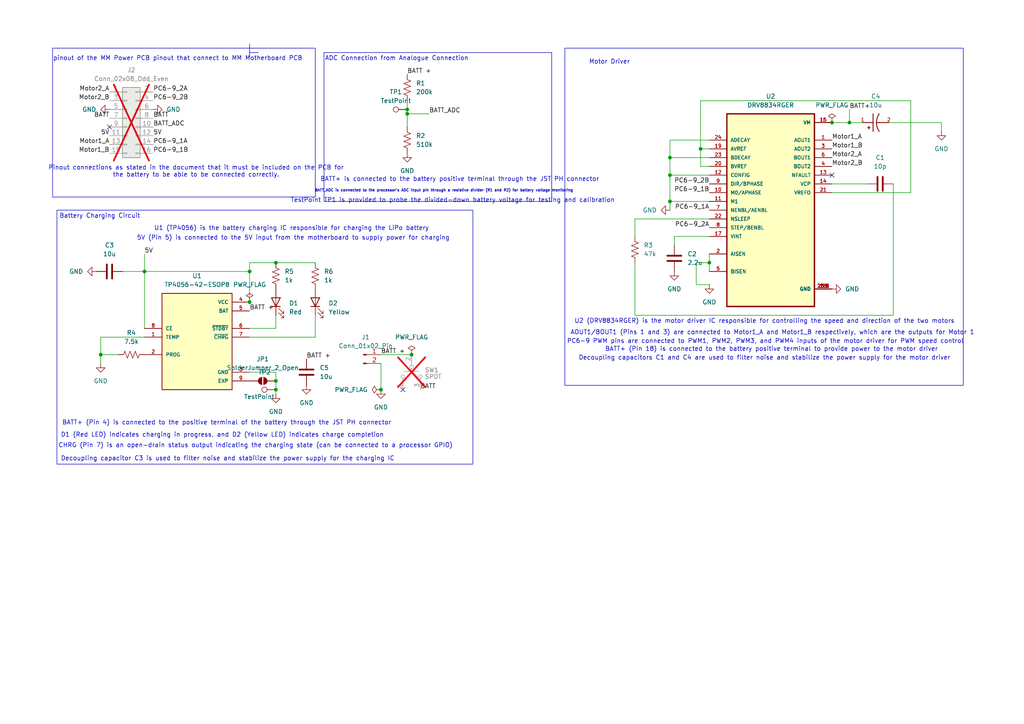
<source format=kicad_sch>
(kicad_sch
	(version 20231120)
	(generator "eeschema")
	(generator_version "8.0")
	(uuid "95379cc7-5ff1-4974-933a-a76887951054")
	(paper "A4")
	(title_block
		(title "3088F Power subsystem Design Schematics")
		(date "2024-04-21")
		(rev "Schematics")
		(company "Khumo Mukhari.")
	)
	(lib_symbols
		(symbol "Connector:Conn_01x02_Pin"
			(pin_names
				(offset 1.016) hide)
			(exclude_from_sim no)
			(in_bom yes)
			(on_board yes)
			(property "Reference" "J"
				(at 0 2.54 0)
				(effects
					(font
						(size 1.27 1.27)
					)
				)
			)
			(property "Value" "Conn_01x02_Pin"
				(at 0 -5.08 0)
				(effects
					(font
						(size 1.27 1.27)
					)
				)
			)
			(property "Footprint" ""
				(at 0 0 0)
				(effects
					(font
						(size 1.27 1.27)
					)
					(hide yes)
				)
			)
			(property "Datasheet" "~"
				(at 0 0 0)
				(effects
					(font
						(size 1.27 1.27)
					)
					(hide yes)
				)
			)
			(property "Description" "Generic connector, single row, 01x02, script generated"
				(at 0 0 0)
				(effects
					(font
						(size 1.27 1.27)
					)
					(hide yes)
				)
			)
			(property "ki_locked" ""
				(at 0 0 0)
				(effects
					(font
						(size 1.27 1.27)
					)
				)
			)
			(property "ki_keywords" "connector"
				(at 0 0 0)
				(effects
					(font
						(size 1.27 1.27)
					)
					(hide yes)
				)
			)
			(property "ki_fp_filters" "Connector*:*_1x??_*"
				(at 0 0 0)
				(effects
					(font
						(size 1.27 1.27)
					)
					(hide yes)
				)
			)
			(symbol "Conn_01x02_Pin_1_1"
				(polyline
					(pts
						(xy 1.27 -2.54) (xy 0.8636 -2.54)
					)
					(stroke
						(width 0.1524)
						(type default)
					)
					(fill
						(type none)
					)
				)
				(polyline
					(pts
						(xy 1.27 0) (xy 0.8636 0)
					)
					(stroke
						(width 0.1524)
						(type default)
					)
					(fill
						(type none)
					)
				)
				(rectangle
					(start 0.8636 -2.413)
					(end 0 -2.667)
					(stroke
						(width 0.1524)
						(type default)
					)
					(fill
						(type outline)
					)
				)
				(rectangle
					(start 0.8636 0.127)
					(end 0 -0.127)
					(stroke
						(width 0.1524)
						(type default)
					)
					(fill
						(type outline)
					)
				)
				(pin passive line
					(at 5.08 0 180)
					(length 3.81)
					(name "Pin_1"
						(effects
							(font
								(size 1.27 1.27)
							)
						)
					)
					(number "1"
						(effects
							(font
								(size 1.27 1.27)
							)
						)
					)
				)
				(pin passive line
					(at 5.08 -2.54 180)
					(length 3.81)
					(name "Pin_2"
						(effects
							(font
								(size 1.27 1.27)
							)
						)
					)
					(number "2"
						(effects
							(font
								(size 1.27 1.27)
							)
						)
					)
				)
			)
		)
		(symbol "Connector:TestPoint"
			(pin_numbers hide)
			(pin_names
				(offset 0.762) hide)
			(exclude_from_sim no)
			(in_bom yes)
			(on_board yes)
			(property "Reference" "TP"
				(at 0 6.858 0)
				(effects
					(font
						(size 1.27 1.27)
					)
				)
			)
			(property "Value" "TestPoint"
				(at 0 5.08 0)
				(effects
					(font
						(size 1.27 1.27)
					)
				)
			)
			(property "Footprint" ""
				(at 5.08 0 0)
				(effects
					(font
						(size 1.27 1.27)
					)
					(hide yes)
				)
			)
			(property "Datasheet" "~"
				(at 5.08 0 0)
				(effects
					(font
						(size 1.27 1.27)
					)
					(hide yes)
				)
			)
			(property "Description" "test point"
				(at 0 0 0)
				(effects
					(font
						(size 1.27 1.27)
					)
					(hide yes)
				)
			)
			(property "ki_keywords" "test point tp"
				(at 0 0 0)
				(effects
					(font
						(size 1.27 1.27)
					)
					(hide yes)
				)
			)
			(property "ki_fp_filters" "Pin* Test*"
				(at 0 0 0)
				(effects
					(font
						(size 1.27 1.27)
					)
					(hide yes)
				)
			)
			(symbol "TestPoint_0_1"
				(circle
					(center 0 3.302)
					(radius 0.762)
					(stroke
						(width 0)
						(type default)
					)
					(fill
						(type none)
					)
				)
			)
			(symbol "TestPoint_1_1"
				(pin passive line
					(at 0 0 90)
					(length 2.54)
					(name "1"
						(effects
							(font
								(size 1.27 1.27)
							)
						)
					)
					(number "1"
						(effects
							(font
								(size 1.27 1.27)
							)
						)
					)
				)
			)
		)
		(symbol "Connector_Generic:Conn_02x08_Odd_Even"
			(pin_names
				(offset 1.016) hide)
			(exclude_from_sim no)
			(in_bom yes)
			(on_board yes)
			(property "Reference" "J"
				(at 1.27 10.16 0)
				(effects
					(font
						(size 1.27 1.27)
					)
				)
			)
			(property "Value" "Conn_02x08_Odd_Even"
				(at 1.27 -12.7 0)
				(effects
					(font
						(size 1.27 1.27)
					)
				)
			)
			(property "Footprint" ""
				(at 0 0 0)
				(effects
					(font
						(size 1.27 1.27)
					)
					(hide yes)
				)
			)
			(property "Datasheet" "~"
				(at 0 0 0)
				(effects
					(font
						(size 1.27 1.27)
					)
					(hide yes)
				)
			)
			(property "Description" "Generic connector, double row, 02x08, odd/even pin numbering scheme (row 1 odd numbers, row 2 even numbers), script generated (kicad-library-utils/schlib/autogen/connector/)"
				(at 0 0 0)
				(effects
					(font
						(size 1.27 1.27)
					)
					(hide yes)
				)
			)
			(property "ki_keywords" "connector"
				(at 0 0 0)
				(effects
					(font
						(size 1.27 1.27)
					)
					(hide yes)
				)
			)
			(property "ki_fp_filters" "Connector*:*_2x??_*"
				(at 0 0 0)
				(effects
					(font
						(size 1.27 1.27)
					)
					(hide yes)
				)
			)
			(symbol "Conn_02x08_Odd_Even_1_1"
				(rectangle
					(start -1.27 -10.033)
					(end 0 -10.287)
					(stroke
						(width 0.1524)
						(type default)
					)
					(fill
						(type none)
					)
				)
				(rectangle
					(start -1.27 -7.493)
					(end 0 -7.747)
					(stroke
						(width 0.1524)
						(type default)
					)
					(fill
						(type none)
					)
				)
				(rectangle
					(start -1.27 -4.953)
					(end 0 -5.207)
					(stroke
						(width 0.1524)
						(type default)
					)
					(fill
						(type none)
					)
				)
				(rectangle
					(start -1.27 -2.413)
					(end 0 -2.667)
					(stroke
						(width 0.1524)
						(type default)
					)
					(fill
						(type none)
					)
				)
				(rectangle
					(start -1.27 0.127)
					(end 0 -0.127)
					(stroke
						(width 0.1524)
						(type default)
					)
					(fill
						(type none)
					)
				)
				(rectangle
					(start -1.27 2.667)
					(end 0 2.413)
					(stroke
						(width 0.1524)
						(type default)
					)
					(fill
						(type none)
					)
				)
				(rectangle
					(start -1.27 5.207)
					(end 0 4.953)
					(stroke
						(width 0.1524)
						(type default)
					)
					(fill
						(type none)
					)
				)
				(rectangle
					(start -1.27 7.747)
					(end 0 7.493)
					(stroke
						(width 0.1524)
						(type default)
					)
					(fill
						(type none)
					)
				)
				(rectangle
					(start -1.27 8.89)
					(end 3.81 -11.43)
					(stroke
						(width 0.254)
						(type default)
					)
					(fill
						(type background)
					)
				)
				(rectangle
					(start 3.81 -10.033)
					(end 2.54 -10.287)
					(stroke
						(width 0.1524)
						(type default)
					)
					(fill
						(type none)
					)
				)
				(rectangle
					(start 3.81 -7.493)
					(end 2.54 -7.747)
					(stroke
						(width 0.1524)
						(type default)
					)
					(fill
						(type none)
					)
				)
				(rectangle
					(start 3.81 -4.953)
					(end 2.54 -5.207)
					(stroke
						(width 0.1524)
						(type default)
					)
					(fill
						(type none)
					)
				)
				(rectangle
					(start 3.81 -2.413)
					(end 2.54 -2.667)
					(stroke
						(width 0.1524)
						(type default)
					)
					(fill
						(type none)
					)
				)
				(rectangle
					(start 3.81 0.127)
					(end 2.54 -0.127)
					(stroke
						(width 0.1524)
						(type default)
					)
					(fill
						(type none)
					)
				)
				(rectangle
					(start 3.81 2.667)
					(end 2.54 2.413)
					(stroke
						(width 0.1524)
						(type default)
					)
					(fill
						(type none)
					)
				)
				(rectangle
					(start 3.81 5.207)
					(end 2.54 4.953)
					(stroke
						(width 0.1524)
						(type default)
					)
					(fill
						(type none)
					)
				)
				(rectangle
					(start 3.81 7.747)
					(end 2.54 7.493)
					(stroke
						(width 0.1524)
						(type default)
					)
					(fill
						(type none)
					)
				)
				(pin passive line
					(at -5.08 7.62 0)
					(length 3.81)
					(name "Pin_1"
						(effects
							(font
								(size 1.27 1.27)
							)
						)
					)
					(number "1"
						(effects
							(font
								(size 1.27 1.27)
							)
						)
					)
				)
				(pin passive line
					(at 7.62 -2.54 180)
					(length 3.81)
					(name "Pin_10"
						(effects
							(font
								(size 1.27 1.27)
							)
						)
					)
					(number "10"
						(effects
							(font
								(size 1.27 1.27)
							)
						)
					)
				)
				(pin passive line
					(at -5.08 -5.08 0)
					(length 3.81)
					(name "Pin_11"
						(effects
							(font
								(size 1.27 1.27)
							)
						)
					)
					(number "11"
						(effects
							(font
								(size 1.27 1.27)
							)
						)
					)
				)
				(pin passive line
					(at 7.62 -5.08 180)
					(length 3.81)
					(name "Pin_12"
						(effects
							(font
								(size 1.27 1.27)
							)
						)
					)
					(number "12"
						(effects
							(font
								(size 1.27 1.27)
							)
						)
					)
				)
				(pin passive line
					(at -5.08 -7.62 0)
					(length 3.81)
					(name "Pin_13"
						(effects
							(font
								(size 1.27 1.27)
							)
						)
					)
					(number "13"
						(effects
							(font
								(size 1.27 1.27)
							)
						)
					)
				)
				(pin passive line
					(at 7.62 -7.62 180)
					(length 3.81)
					(name "Pin_14"
						(effects
							(font
								(size 1.27 1.27)
							)
						)
					)
					(number "14"
						(effects
							(font
								(size 1.27 1.27)
							)
						)
					)
				)
				(pin passive line
					(at -5.08 -10.16 0)
					(length 3.81)
					(name "Pin_15"
						(effects
							(font
								(size 1.27 1.27)
							)
						)
					)
					(number "15"
						(effects
							(font
								(size 1.27 1.27)
							)
						)
					)
				)
				(pin passive line
					(at 7.62 -10.16 180)
					(length 3.81)
					(name "Pin_16"
						(effects
							(font
								(size 1.27 1.27)
							)
						)
					)
					(number "16"
						(effects
							(font
								(size 1.27 1.27)
							)
						)
					)
				)
				(pin passive line
					(at 7.62 7.62 180)
					(length 3.81)
					(name "Pin_2"
						(effects
							(font
								(size 1.27 1.27)
							)
						)
					)
					(number "2"
						(effects
							(font
								(size 1.27 1.27)
							)
						)
					)
				)
				(pin passive line
					(at -5.08 5.08 0)
					(length 3.81)
					(name "Pin_3"
						(effects
							(font
								(size 1.27 1.27)
							)
						)
					)
					(number "3"
						(effects
							(font
								(size 1.27 1.27)
							)
						)
					)
				)
				(pin passive line
					(at 7.62 5.08 180)
					(length 3.81)
					(name "Pin_4"
						(effects
							(font
								(size 1.27 1.27)
							)
						)
					)
					(number "4"
						(effects
							(font
								(size 1.27 1.27)
							)
						)
					)
				)
				(pin passive line
					(at -5.08 2.54 0)
					(length 3.81)
					(name "Pin_5"
						(effects
							(font
								(size 1.27 1.27)
							)
						)
					)
					(number "5"
						(effects
							(font
								(size 1.27 1.27)
							)
						)
					)
				)
				(pin passive line
					(at 7.62 2.54 180)
					(length 3.81)
					(name "Pin_6"
						(effects
							(font
								(size 1.27 1.27)
							)
						)
					)
					(number "6"
						(effects
							(font
								(size 1.27 1.27)
							)
						)
					)
				)
				(pin passive line
					(at -5.08 0 0)
					(length 3.81)
					(name "Pin_7"
						(effects
							(font
								(size 1.27 1.27)
							)
						)
					)
					(number "7"
						(effects
							(font
								(size 1.27 1.27)
							)
						)
					)
				)
				(pin passive line
					(at 7.62 0 180)
					(length 3.81)
					(name "Pin_8"
						(effects
							(font
								(size 1.27 1.27)
							)
						)
					)
					(number "8"
						(effects
							(font
								(size 1.27 1.27)
							)
						)
					)
				)
				(pin passive line
					(at -5.08 -2.54 0)
					(length 3.81)
					(name "Pin_9"
						(effects
							(font
								(size 1.27 1.27)
							)
						)
					)
					(number "9"
						(effects
							(font
								(size 1.27 1.27)
							)
						)
					)
				)
			)
		)
		(symbol "DRV8834RGER:DRV8834RGER"
			(pin_names
				(offset 1.016)
			)
			(exclude_from_sim no)
			(in_bom yes)
			(on_board yes)
			(property "Reference" "U"
				(at -12.7 28.94 0)
				(effects
					(font
						(size 1.27 1.27)
					)
					(justify left bottom)
				)
			)
			(property "Value" "DRV8834RGER"
				(at -12.7 -31.94 0)
				(effects
					(font
						(size 1.27 1.27)
					)
					(justify left bottom)
				)
			)
			(property "Footprint" "DRV8834RGER:QFN50P400X400X100-25N"
				(at 0 0 0)
				(effects
					(font
						(size 1.27 1.27)
					)
					(justify bottom)
					(hide yes)
				)
			)
			(property "Datasheet" ""
				(at 0 0 0)
				(effects
					(font
						(size 1.27 1.27)
					)
					(hide yes)
				)
			)
			(property "Description" ""
				(at 0 0 0)
				(effects
					(font
						(size 1.27 1.27)
					)
					(hide yes)
				)
			)
			(property "MF" "Texas Instruments"
				(at 0 0 0)
				(effects
					(font
						(size 1.27 1.27)
					)
					(justify bottom)
					(hide yes)
				)
			)
			(property "Description_1" "\n11-V, 1.5-A,  dual H-bridge or stepper motor driver with 1/32 microstep indexer\n"
				(at 0 0 0)
				(effects
					(font
						(size 1.27 1.27)
					)
					(justify bottom)
					(hide yes)
				)
			)
			(property "Package" "QFN-24 Texas Instruments"
				(at 0 0 0)
				(effects
					(font
						(size 1.27 1.27)
					)
					(justify bottom)
					(hide yes)
				)
			)
			(property "Price" "None"
				(at 0 0 0)
				(effects
					(font
						(size 1.27 1.27)
					)
					(justify bottom)
					(hide yes)
				)
			)
			(property "SnapEDA_Link" "https://www.snapeda.com/parts/DRV8834RGER/Texas+Instruments/view-part/?ref=snap"
				(at 0 0 0)
				(effects
					(font
						(size 1.27 1.27)
					)
					(justify bottom)
					(hide yes)
				)
			)
			(property "MP" "DRV8834RGER"
				(at 0 0 0)
				(effects
					(font
						(size 1.27 1.27)
					)
					(justify bottom)
					(hide yes)
				)
			)
			(property "Availability" "In Stock"
				(at 0 0 0)
				(effects
					(font
						(size 1.27 1.27)
					)
					(justify bottom)
					(hide yes)
				)
			)
			(property "Check_prices" "https://www.snapeda.com/parts/DRV8834RGER/Texas+Instruments/view-part/?ref=eda"
				(at 0 0 0)
				(effects
					(font
						(size 1.27 1.27)
					)
					(justify bottom)
					(hide yes)
				)
			)
			(symbol "DRV8834RGER_0_0"
				(rectangle
					(start -12.7 -27.94)
					(end 12.7 27.94)
					(stroke
						(width 0.41)
						(type default)
					)
					(fill
						(type background)
					)
				)
				(pin output line
					(at 17.78 20.32 180)
					(length 5.08)
					(name "AOUT1"
						(effects
							(font
								(size 1.016 1.016)
							)
						)
					)
					(number "1"
						(effects
							(font
								(size 1.016 1.016)
							)
						)
					)
				)
				(pin input line
					(at -17.78 5.08 0)
					(length 5.08)
					(name "M0/APHASE"
						(effects
							(font
								(size 1.016 1.016)
							)
						)
					)
					(number "10"
						(effects
							(font
								(size 1.016 1.016)
							)
						)
					)
				)
				(pin input line
					(at -17.78 2.54 0)
					(length 5.08)
					(name "M1"
						(effects
							(font
								(size 1.016 1.016)
							)
						)
					)
					(number "11"
						(effects
							(font
								(size 1.016 1.016)
							)
						)
					)
				)
				(pin input line
					(at -17.78 10.16 0)
					(length 5.08)
					(name "CONFIG"
						(effects
							(font
								(size 1.016 1.016)
							)
						)
					)
					(number "12"
						(effects
							(font
								(size 1.016 1.016)
							)
						)
					)
				)
				(pin output line
					(at 17.78 10.16 180)
					(length 5.08)
					(name "NFAULT"
						(effects
							(font
								(size 1.016 1.016)
							)
						)
					)
					(number "13"
						(effects
							(font
								(size 1.016 1.016)
							)
						)
					)
				)
				(pin output line
					(at 17.78 7.62 180)
					(length 5.08)
					(name "VCP"
						(effects
							(font
								(size 1.016 1.016)
							)
						)
					)
					(number "14"
						(effects
							(font
								(size 1.016 1.016)
							)
						)
					)
				)
				(pin power_in line
					(at 17.78 25.4 180)
					(length 5.08)
					(name "VM"
						(effects
							(font
								(size 1.016 1.016)
							)
						)
					)
					(number "15"
						(effects
							(font
								(size 1.016 1.016)
							)
						)
					)
				)
				(pin power_in line
					(at 17.78 25.4 180)
					(length 5.08)
					(name "VM"
						(effects
							(font
								(size 1.016 1.016)
							)
						)
					)
					(number "16"
						(effects
							(font
								(size 1.016 1.016)
							)
						)
					)
				)
				(pin input line
					(at -17.78 -7.62 0)
					(length 5.08)
					(name "VINT"
						(effects
							(font
								(size 1.016 1.016)
							)
						)
					)
					(number "17"
						(effects
							(font
								(size 1.016 1.016)
							)
						)
					)
				)
				(pin power_in line
					(at 17.78 -22.86 180)
					(length 5.08)
					(name "GND"
						(effects
							(font
								(size 1.016 1.016)
							)
						)
					)
					(number "18"
						(effects
							(font
								(size 1.016 1.016)
							)
						)
					)
				)
				(pin input line
					(at -17.78 17.78 0)
					(length 5.08)
					(name "AVREF"
						(effects
							(font
								(size 1.016 1.016)
							)
						)
					)
					(number "19"
						(effects
							(font
								(size 1.016 1.016)
							)
						)
					)
				)
				(pin bidirectional line
					(at -17.78 -12.7 0)
					(length 5.08)
					(name "AISEN"
						(effects
							(font
								(size 1.016 1.016)
							)
						)
					)
					(number "2"
						(effects
							(font
								(size 1.016 1.016)
							)
						)
					)
				)
				(pin input line
					(at -17.78 12.7 0)
					(length 5.08)
					(name "BVREF"
						(effects
							(font
								(size 1.016 1.016)
							)
						)
					)
					(number "20"
						(effects
							(font
								(size 1.016 1.016)
							)
						)
					)
				)
				(pin output line
					(at 17.78 5.08 180)
					(length 5.08)
					(name "VREFO"
						(effects
							(font
								(size 1.016 1.016)
							)
						)
					)
					(number "21"
						(effects
							(font
								(size 1.016 1.016)
							)
						)
					)
				)
				(pin input line
					(at -17.78 -2.54 0)
					(length 5.08)
					(name "NSLEEP"
						(effects
							(font
								(size 1.016 1.016)
							)
						)
					)
					(number "22"
						(effects
							(font
								(size 1.016 1.016)
							)
						)
					)
				)
				(pin input line
					(at -17.78 15.24 0)
					(length 5.08)
					(name "BDECAY"
						(effects
							(font
								(size 1.016 1.016)
							)
						)
					)
					(number "23"
						(effects
							(font
								(size 1.016 1.016)
							)
						)
					)
				)
				(pin input line
					(at -17.78 20.32 0)
					(length 5.08)
					(name "ADECAY"
						(effects
							(font
								(size 1.016 1.016)
							)
						)
					)
					(number "24"
						(effects
							(font
								(size 1.016 1.016)
							)
						)
					)
				)
				(pin power_in line
					(at 17.78 -22.86 180)
					(length 5.08)
					(name "GND"
						(effects
							(font
								(size 1.016 1.016)
							)
						)
					)
					(number "25"
						(effects
							(font
								(size 1.016 1.016)
							)
						)
					)
				)
				(pin power_in line
					(at 17.78 -22.86 180)
					(length 5.08)
					(name "GND"
						(effects
							(font
								(size 1.016 1.016)
							)
						)
					)
					(number "25.1"
						(effects
							(font
								(size 1.016 1.016)
							)
						)
					)
				)
				(pin power_in line
					(at 17.78 -22.86 180)
					(length 5.08)
					(name "GND"
						(effects
							(font
								(size 1.016 1.016)
							)
						)
					)
					(number "25.2"
						(effects
							(font
								(size 1.016 1.016)
							)
						)
					)
				)
				(pin power_in line
					(at 17.78 -22.86 180)
					(length 5.08)
					(name "GND"
						(effects
							(font
								(size 1.016 1.016)
							)
						)
					)
					(number "25.3"
						(effects
							(font
								(size 1.016 1.016)
							)
						)
					)
				)
				(pin power_in line
					(at 17.78 -22.86 180)
					(length 5.08)
					(name "GND"
						(effects
							(font
								(size 1.016 1.016)
							)
						)
					)
					(number "25.4"
						(effects
							(font
								(size 1.016 1.016)
							)
						)
					)
				)
				(pin power_in line
					(at 17.78 -22.86 180)
					(length 5.08)
					(name "GND"
						(effects
							(font
								(size 1.016 1.016)
							)
						)
					)
					(number "25.5"
						(effects
							(font
								(size 1.016 1.016)
							)
						)
					)
				)
				(pin output line
					(at 17.78 17.78 180)
					(length 5.08)
					(name "AOUT2"
						(effects
							(font
								(size 1.016 1.016)
							)
						)
					)
					(number "3"
						(effects
							(font
								(size 1.016 1.016)
							)
						)
					)
				)
				(pin output line
					(at 17.78 12.7 180)
					(length 5.08)
					(name "BOUT2"
						(effects
							(font
								(size 1.016 1.016)
							)
						)
					)
					(number "4"
						(effects
							(font
								(size 1.016 1.016)
							)
						)
					)
				)
				(pin bidirectional line
					(at -17.78 -17.78 0)
					(length 5.08)
					(name "BISEN"
						(effects
							(font
								(size 1.016 1.016)
							)
						)
					)
					(number "5"
						(effects
							(font
								(size 1.016 1.016)
							)
						)
					)
				)
				(pin output line
					(at 17.78 15.24 180)
					(length 5.08)
					(name "BOUT1"
						(effects
							(font
								(size 1.016 1.016)
							)
						)
					)
					(number "6"
						(effects
							(font
								(size 1.016 1.016)
							)
						)
					)
				)
				(pin input line
					(at -17.78 0 0)
					(length 5.08)
					(name "NENBL/AENBL"
						(effects
							(font
								(size 1.016 1.016)
							)
						)
					)
					(number "7"
						(effects
							(font
								(size 1.016 1.016)
							)
						)
					)
				)
				(pin input line
					(at -17.78 -5.08 0)
					(length 5.08)
					(name "STEP/BENBL"
						(effects
							(font
								(size 1.016 1.016)
							)
						)
					)
					(number "8"
						(effects
							(font
								(size 1.016 1.016)
							)
						)
					)
				)
				(pin input line
					(at -17.78 7.62 0)
					(length 5.08)
					(name "DIR/BPHASE"
						(effects
							(font
								(size 1.016 1.016)
							)
						)
					)
					(number "9"
						(effects
							(font
								(size 1.016 1.016)
							)
						)
					)
				)
			)
		)
		(symbol "Device:C"
			(pin_numbers hide)
			(pin_names
				(offset 0.254)
			)
			(exclude_from_sim no)
			(in_bom yes)
			(on_board yes)
			(property "Reference" "C"
				(at 0.635 2.54 0)
				(effects
					(font
						(size 1.27 1.27)
					)
					(justify left)
				)
			)
			(property "Value" "C"
				(at 0.635 -2.54 0)
				(effects
					(font
						(size 1.27 1.27)
					)
					(justify left)
				)
			)
			(property "Footprint" ""
				(at 0.9652 -3.81 0)
				(effects
					(font
						(size 1.27 1.27)
					)
					(hide yes)
				)
			)
			(property "Datasheet" "~"
				(at 0 0 0)
				(effects
					(font
						(size 1.27 1.27)
					)
					(hide yes)
				)
			)
			(property "Description" "Unpolarized capacitor"
				(at 0 0 0)
				(effects
					(font
						(size 1.27 1.27)
					)
					(hide yes)
				)
			)
			(property "ki_keywords" "cap capacitor"
				(at 0 0 0)
				(effects
					(font
						(size 1.27 1.27)
					)
					(hide yes)
				)
			)
			(property "ki_fp_filters" "C_*"
				(at 0 0 0)
				(effects
					(font
						(size 1.27 1.27)
					)
					(hide yes)
				)
			)
			(symbol "C_0_1"
				(polyline
					(pts
						(xy -2.032 -0.762) (xy 2.032 -0.762)
					)
					(stroke
						(width 0.508)
						(type default)
					)
					(fill
						(type none)
					)
				)
				(polyline
					(pts
						(xy -2.032 0.762) (xy 2.032 0.762)
					)
					(stroke
						(width 0.508)
						(type default)
					)
					(fill
						(type none)
					)
				)
			)
			(symbol "C_1_1"
				(pin passive line
					(at 0 3.81 270)
					(length 2.794)
					(name "~"
						(effects
							(font
								(size 1.27 1.27)
							)
						)
					)
					(number "1"
						(effects
							(font
								(size 1.27 1.27)
							)
						)
					)
				)
				(pin passive line
					(at 0 -3.81 90)
					(length 2.794)
					(name "~"
						(effects
							(font
								(size 1.27 1.27)
							)
						)
					)
					(number "2"
						(effects
							(font
								(size 1.27 1.27)
							)
						)
					)
				)
			)
		)
		(symbol "Device:LED"
			(pin_numbers hide)
			(pin_names
				(offset 1.016) hide)
			(exclude_from_sim no)
			(in_bom yes)
			(on_board yes)
			(property "Reference" "D"
				(at 0 2.54 0)
				(effects
					(font
						(size 1.27 1.27)
					)
				)
			)
			(property "Value" "LED"
				(at 0 -2.54 0)
				(effects
					(font
						(size 1.27 1.27)
					)
				)
			)
			(property "Footprint" ""
				(at 0 0 0)
				(effects
					(font
						(size 1.27 1.27)
					)
					(hide yes)
				)
			)
			(property "Datasheet" "~"
				(at 0 0 0)
				(effects
					(font
						(size 1.27 1.27)
					)
					(hide yes)
				)
			)
			(property "Description" "Light emitting diode"
				(at 0 0 0)
				(effects
					(font
						(size 1.27 1.27)
					)
					(hide yes)
				)
			)
			(property "ki_keywords" "LED diode"
				(at 0 0 0)
				(effects
					(font
						(size 1.27 1.27)
					)
					(hide yes)
				)
			)
			(property "ki_fp_filters" "LED* LED_SMD:* LED_THT:*"
				(at 0 0 0)
				(effects
					(font
						(size 1.27 1.27)
					)
					(hide yes)
				)
			)
			(symbol "LED_0_1"
				(polyline
					(pts
						(xy -1.27 -1.27) (xy -1.27 1.27)
					)
					(stroke
						(width 0.254)
						(type default)
					)
					(fill
						(type none)
					)
				)
				(polyline
					(pts
						(xy -1.27 0) (xy 1.27 0)
					)
					(stroke
						(width 0)
						(type default)
					)
					(fill
						(type none)
					)
				)
				(polyline
					(pts
						(xy 1.27 -1.27) (xy 1.27 1.27) (xy -1.27 0) (xy 1.27 -1.27)
					)
					(stroke
						(width 0.254)
						(type default)
					)
					(fill
						(type none)
					)
				)
				(polyline
					(pts
						(xy -3.048 -0.762) (xy -4.572 -2.286) (xy -3.81 -2.286) (xy -4.572 -2.286) (xy -4.572 -1.524)
					)
					(stroke
						(width 0)
						(type default)
					)
					(fill
						(type none)
					)
				)
				(polyline
					(pts
						(xy -1.778 -0.762) (xy -3.302 -2.286) (xy -2.54 -2.286) (xy -3.302 -2.286) (xy -3.302 -1.524)
					)
					(stroke
						(width 0)
						(type default)
					)
					(fill
						(type none)
					)
				)
			)
			(symbol "LED_1_1"
				(pin passive line
					(at -3.81 0 0)
					(length 2.54)
					(name "K"
						(effects
							(font
								(size 1.27 1.27)
							)
						)
					)
					(number "1"
						(effects
							(font
								(size 1.27 1.27)
							)
						)
					)
				)
				(pin passive line
					(at 3.81 0 180)
					(length 2.54)
					(name "A"
						(effects
							(font
								(size 1.27 1.27)
							)
						)
					)
					(number "2"
						(effects
							(font
								(size 1.27 1.27)
							)
						)
					)
				)
			)
		)
		(symbol "Device:R_US"
			(pin_numbers hide)
			(pin_names
				(offset 0)
			)
			(exclude_from_sim no)
			(in_bom yes)
			(on_board yes)
			(property "Reference" "R"
				(at 2.54 0 90)
				(effects
					(font
						(size 1.27 1.27)
					)
				)
			)
			(property "Value" "R_US"
				(at -2.54 0 90)
				(effects
					(font
						(size 1.27 1.27)
					)
				)
			)
			(property "Footprint" ""
				(at 1.016 -0.254 90)
				(effects
					(font
						(size 1.27 1.27)
					)
					(hide yes)
				)
			)
			(property "Datasheet" "~"
				(at 0 0 0)
				(effects
					(font
						(size 1.27 1.27)
					)
					(hide yes)
				)
			)
			(property "Description" "Resistor, US symbol"
				(at 0 0 0)
				(effects
					(font
						(size 1.27 1.27)
					)
					(hide yes)
				)
			)
			(property "ki_keywords" "R res resistor"
				(at 0 0 0)
				(effects
					(font
						(size 1.27 1.27)
					)
					(hide yes)
				)
			)
			(property "ki_fp_filters" "R_*"
				(at 0 0 0)
				(effects
					(font
						(size 1.27 1.27)
					)
					(hide yes)
				)
			)
			(symbol "R_US_0_1"
				(polyline
					(pts
						(xy 0 -2.286) (xy 0 -2.54)
					)
					(stroke
						(width 0)
						(type default)
					)
					(fill
						(type none)
					)
				)
				(polyline
					(pts
						(xy 0 2.286) (xy 0 2.54)
					)
					(stroke
						(width 0)
						(type default)
					)
					(fill
						(type none)
					)
				)
				(polyline
					(pts
						(xy 0 -0.762) (xy 1.016 -1.143) (xy 0 -1.524) (xy -1.016 -1.905) (xy 0 -2.286)
					)
					(stroke
						(width 0)
						(type default)
					)
					(fill
						(type none)
					)
				)
				(polyline
					(pts
						(xy 0 0.762) (xy 1.016 0.381) (xy 0 0) (xy -1.016 -0.381) (xy 0 -0.762)
					)
					(stroke
						(width 0)
						(type default)
					)
					(fill
						(type none)
					)
				)
				(polyline
					(pts
						(xy 0 2.286) (xy 1.016 1.905) (xy 0 1.524) (xy -1.016 1.143) (xy 0 0.762)
					)
					(stroke
						(width 0)
						(type default)
					)
					(fill
						(type none)
					)
				)
			)
			(symbol "R_US_1_1"
				(pin passive line
					(at 0 3.81 270)
					(length 1.27)
					(name "~"
						(effects
							(font
								(size 1.27 1.27)
							)
						)
					)
					(number "1"
						(effects
							(font
								(size 1.27 1.27)
							)
						)
					)
				)
				(pin passive line
					(at 0 -3.81 90)
					(length 1.27)
					(name "~"
						(effects
							(font
								(size 1.27 1.27)
							)
						)
					)
					(number "2"
						(effects
							(font
								(size 1.27 1.27)
							)
						)
					)
				)
			)
		)
		(symbol "Jumper:SolderJumper_2_Open"
			(pin_numbers hide)
			(pin_names
				(offset 0) hide)
			(exclude_from_sim yes)
			(in_bom no)
			(on_board yes)
			(property "Reference" "JP"
				(at 0 2.032 0)
				(effects
					(font
						(size 1.27 1.27)
					)
				)
			)
			(property "Value" "SolderJumper_2_Open"
				(at 0 -2.54 0)
				(effects
					(font
						(size 1.27 1.27)
					)
				)
			)
			(property "Footprint" ""
				(at 0 0 0)
				(effects
					(font
						(size 1.27 1.27)
					)
					(hide yes)
				)
			)
			(property "Datasheet" "~"
				(at 0 0 0)
				(effects
					(font
						(size 1.27 1.27)
					)
					(hide yes)
				)
			)
			(property "Description" "Solder Jumper, 2-pole, open"
				(at 0 0 0)
				(effects
					(font
						(size 1.27 1.27)
					)
					(hide yes)
				)
			)
			(property "ki_keywords" "solder jumper SPST"
				(at 0 0 0)
				(effects
					(font
						(size 1.27 1.27)
					)
					(hide yes)
				)
			)
			(property "ki_fp_filters" "SolderJumper*Open*"
				(at 0 0 0)
				(effects
					(font
						(size 1.27 1.27)
					)
					(hide yes)
				)
			)
			(symbol "SolderJumper_2_Open_0_1"
				(arc
					(start -0.254 1.016)
					(mid -1.2656 0)
					(end -0.254 -1.016)
					(stroke
						(width 0)
						(type default)
					)
					(fill
						(type none)
					)
				)
				(arc
					(start -0.254 1.016)
					(mid -1.2656 0)
					(end -0.254 -1.016)
					(stroke
						(width 0)
						(type default)
					)
					(fill
						(type outline)
					)
				)
				(polyline
					(pts
						(xy -0.254 1.016) (xy -0.254 -1.016)
					)
					(stroke
						(width 0)
						(type default)
					)
					(fill
						(type none)
					)
				)
				(polyline
					(pts
						(xy 0.254 1.016) (xy 0.254 -1.016)
					)
					(stroke
						(width 0)
						(type default)
					)
					(fill
						(type none)
					)
				)
				(arc
					(start 0.254 -1.016)
					(mid 1.2656 0)
					(end 0.254 1.016)
					(stroke
						(width 0)
						(type default)
					)
					(fill
						(type none)
					)
				)
				(arc
					(start 0.254 -1.016)
					(mid 1.2656 0)
					(end 0.254 1.016)
					(stroke
						(width 0)
						(type default)
					)
					(fill
						(type outline)
					)
				)
			)
			(symbol "SolderJumper_2_Open_1_1"
				(pin passive line
					(at -3.81 0 0)
					(length 2.54)
					(name "A"
						(effects
							(font
								(size 1.27 1.27)
							)
						)
					)
					(number "1"
						(effects
							(font
								(size 1.27 1.27)
							)
						)
					)
				)
				(pin passive line
					(at 3.81 0 180)
					(length 2.54)
					(name "B"
						(effects
							(font
								(size 1.27 1.27)
							)
						)
					)
					(number "2"
						(effects
							(font
								(size 1.27 1.27)
							)
						)
					)
				)
			)
		)
		(symbol "ProLibrary_pcs_2024-03-24:MT-0-103-F001-T000-RS+PJ"
			(exclude_from_sim no)
			(in_bom yes)
			(on_board yes)
			(property "Reference" "SW?"
				(at 0 0 0)
				(effects
					(font
						(size 1.27 1.27)
					)
				)
			)
			(property "Value" ""
				(at 0 0 0)
				(effects
					(font
						(size 1.27 1.27)
					)
				)
			)
			(property "Footprint" "ProLibrary_pcs_2024-03-24:SW-TH_MT-0-103-A101-M200-RS"
				(at 0 0 0)
				(effects
					(font
						(size 1.27 1.27)
					)
					(hide yes)
				)
			)
			(property "Datasheet" ""
				(at 0 0 0)
				(effects
					(font
						(size 1.27 1.27)
					)
					(hide yes)
				)
			)
			(property "Description" ""
				(at 0 0 0)
				(effects
					(font
						(size 1.27 1.27)
					)
					(hide yes)
				)
			)
			(symbol "MT-0-103-F001-T000-RS+PJ_1_0"
				(circle
					(center -2.54 -1.27)
					(radius 0.508)
					(stroke
						(width 0)
						(type default)
					)
					(fill
						(type none)
					)
				)
				(polyline
					(pts
						(xy -2.54 -1.778) (xy -2.54 -2.54)
					)
					(stroke
						(width 0)
						(type default)
					)
					(fill
						(type none)
					)
				)
				(polyline
					(pts
						(xy -2.286 0.254) (xy 2.032 0.254)
					)
					(stroke
						(width 0)
						(type default)
					)
					(fill
						(type none)
					)
				)
				(polyline
					(pts
						(xy -0.254 1.016) (xy 1.778 -1.524)
					)
					(stroke
						(width 0)
						(type default)
					)
					(fill
						(type none)
					)
				)
				(polyline
					(pts
						(xy 0 2.032) (xy 0 2.54)
					)
					(stroke
						(width 0)
						(type default)
					)
					(fill
						(type none)
					)
				)
				(polyline
					(pts
						(xy 2.54 -1.778) (xy 2.54 -2.54)
					)
					(stroke
						(width 0)
						(type default)
					)
					(fill
						(type none)
					)
				)
				(circle
					(center 0 1.524)
					(radius 0.508)
					(stroke
						(width 0)
						(type default)
					)
					(fill
						(type none)
					)
				)
				(circle
					(center 2.54 -1.27)
					(radius 0.508)
					(stroke
						(width 0)
						(type default)
					)
					(fill
						(type none)
					)
				)
				(pin unspecified line
					(at -2.54 -5.08 90)
					(length 2.54)
					(name "1"
						(effects
							(font
								(size 0.0254 0.0254)
							)
						)
					)
					(number "1"
						(effects
							(font
								(size 1.27 1.27)
							)
						)
					)
				)
				(pin unspecified line
					(at 0 5.08 270)
					(length 2.54)
					(name "2"
						(effects
							(font
								(size 0.0254 0.0254)
							)
						)
					)
					(number "2"
						(effects
							(font
								(size 1.27 1.27)
							)
						)
					)
				)
				(pin unspecified line
					(at 2.54 -5.08 90)
					(length 2.54)
					(name "3"
						(effects
							(font
								(size 0.0254 0.0254)
							)
						)
					)
					(number "3"
						(effects
							(font
								(size 1.27 1.27)
							)
						)
					)
				)
			)
		)
		(symbol "TAJA106K016RNJ:TAJA106K016RNJ"
			(pin_names
				(offset 1.016)
			)
			(exclude_from_sim no)
			(in_bom yes)
			(on_board yes)
			(property "Reference" "C"
				(at -5.08 3.81 0)
				(effects
					(font
						(size 1.27 1.27)
					)
					(justify left bottom)
				)
			)
			(property "Value" "TAJA106K016RNJ"
				(at -5.08 -5.08 0)
				(effects
					(font
						(size 1.27 1.27)
					)
					(justify left bottom)
				)
			)
			(property "Footprint" "TAJA106K016RNJ:CAPMP3216X180N"
				(at 0 0 0)
				(effects
					(font
						(size 1.27 1.27)
					)
					(justify bottom)
					(hide yes)
				)
			)
			(property "Datasheet" ""
				(at 0 0 0)
				(effects
					(font
						(size 1.27 1.27)
					)
					(hide yes)
				)
			)
			(property "Description" ""
				(at 0 0 0)
				(effects
					(font
						(size 1.27 1.27)
					)
					(hide yes)
				)
			)
			(property "MF" "AVX"
				(at 0 0 0)
				(effects
					(font
						(size 1.27 1.27)
					)
					(justify bottom)
					(hide yes)
				)
			)
			(property "MAXIMUM_PACKAGE_HEIGHT" "1.8 mm"
				(at 0 0 0)
				(effects
					(font
						(size 1.27 1.27)
					)
					(justify bottom)
					(hide yes)
				)
			)
			(property "Package" "1206 AVX"
				(at 0 0 0)
				(effects
					(font
						(size 1.27 1.27)
					)
					(justify bottom)
					(hide yes)
				)
			)
			(property "Check_prices" "https://www.snapeda.com/parts/TAJA106K016RNJ/AVX+%252F+Kyocera/view-part/?ref=eda"
				(at 0 0 0)
				(effects
					(font
						(size 1.27 1.27)
					)
					(justify bottom)
					(hide yes)
				)
			)
			(property "STANDARD" "IPC 7351B"
				(at 0 0 0)
				(effects
					(font
						(size 1.27 1.27)
					)
					(justify bottom)
					(hide yes)
				)
			)
			(property "PARTREV" "031320"
				(at 0 0 0)
				(effects
					(font
						(size 1.27 1.27)
					)
					(justify bottom)
					(hide yes)
				)
			)
			(property "SnapEDA_Link" "https://www.snapeda.com/parts/TAJA106K016RNJ/AVX+%252F+Kyocera/view-part/?ref=snap"
				(at 0 0 0)
				(effects
					(font
						(size 1.27 1.27)
					)
					(justify bottom)
					(hide yes)
				)
			)
			(property "MP" "TAJA106K016RNJ"
				(at 0 0 0)
				(effects
					(font
						(size 1.27 1.27)
					)
					(justify bottom)
					(hide yes)
				)
			)
			(property "RS_Components_1360124_Purchase_URL" "https://www.snapeda.com/api/url_track_click/https%253A//uk.rs-online.com/web/p/tantalum-capacitors/1360124//%253Futm_campaign%253Dbuynow%2526utm_medium%253Daggregator%2526utm_source%253Dsnapeda%2526cm_mmc%253Daff-_-uk-_-snapeda-_-1360124/?unipart_id=47127&manufacturer=AVX&part_name=TAJA106K016RNJ&search_term=taja106k016rnj"
				(at 0 0 0)
				(effects
					(font
						(size 1.27 1.27)
					)
					(justify bottom)
					(hide yes)
				)
			)
			(property "RS_Components_1354012_Purchase_URL" "https://www.snapeda.com/api/url_track_click/https%253A//uk.rs-online.com/web/p/tantalum-capacitors/1354012//%253Futm_campaign%253Dbuynow%2526utm_medium%253Daggregator%2526utm_source%253Dsnapeda%2526cm_mmc%253Daff-_-uk-_-snapeda-_-1354012/?unipart_id=47127&manufacturer=AVX&part_name=TAJA106K016RNJ&search_term=taja106k016rnj"
				(at 0 0 0)
				(effects
					(font
						(size 1.27 1.27)
					)
					(justify bottom)
					(hide yes)
				)
			)
			(property "Description_1" "\nCapacitor;Tantalum;Cap 10 uF;Tol 10%;Vol-Rtg 16 VDC;SMT;3216;ESR 4 Ohms;TR | AVX TAJA106K016RNJ\n"
				(at 0 0 0)
				(effects
					(font
						(size 1.27 1.27)
					)
					(justify bottom)
					(hide yes)
				)
			)
			(property "MANUFACTURER" "AVX"
				(at 0 0 0)
				(effects
					(font
						(size 1.27 1.27)
					)
					(justify bottom)
					(hide yes)
				)
			)
			(symbol "TAJA106K016RNJ_0_0"
				(rectangle
					(start -3.713 -1.532)
					(end -2.824 -1.405)
					(stroke
						(width 0.1)
						(type default)
					)
					(fill
						(type outline)
					)
				)
				(rectangle
					(start -3.332 -1.913)
					(end -3.205 -1.024)
					(stroke
						(width 0.1)
						(type default)
					)
					(fill
						(type outline)
					)
				)
				(arc
					(start -0.254 2.54)
					(mid -1.0549 0)
					(end -0.254 -2.54)
					(stroke
						(width 0.254)
						(type default)
					)
					(fill
						(type none)
					)
				)
				(polyline
					(pts
						(xy -5.08 0) (xy -2.032 0)
					)
					(stroke
						(width 0.254)
						(type default)
					)
					(fill
						(type none)
					)
				)
				(polyline
					(pts
						(xy -2.032 2.54) (xy -2.032 -2.54)
					)
					(stroke
						(width 0.254)
						(type default)
					)
					(fill
						(type none)
					)
				)
				(polyline
					(pts
						(xy -1.016 0) (xy 2.54 0)
					)
					(stroke
						(width 0.254)
						(type default)
					)
					(fill
						(type none)
					)
				)
				(pin passive line
					(at -5.08 0 0)
					(length 0)
					(name "~"
						(effects
							(font
								(size 1.016 1.016)
							)
						)
					)
					(number "1"
						(effects
							(font
								(size 1.016 1.016)
							)
						)
					)
				)
				(pin passive line
					(at 2.54 0 180)
					(length 0)
					(name "~"
						(effects
							(font
								(size 1.016 1.016)
							)
						)
					)
					(number "2"
						(effects
							(font
								(size 1.016 1.016)
							)
						)
					)
				)
			)
		)
		(symbol "TP4056-42-ESOP8:TP4056-42-ESOP8"
			(pin_names
				(offset 1.016)
			)
			(exclude_from_sim no)
			(in_bom yes)
			(on_board yes)
			(property "Reference" "U"
				(at -10.16 16.002 0)
				(effects
					(font
						(size 1.27 1.27)
					)
					(justify left bottom)
				)
			)
			(property "Value" "TP4056-42-ESOP8"
				(at -10.16 -15.24 0)
				(effects
					(font
						(size 1.27 1.27)
					)
					(justify left bottom)
				)
			)
			(property "Footprint" "TP4056-42-ESOP8:SOIC127P600X175-9N"
				(at 0 0 0)
				(effects
					(font
						(size 1.27 1.27)
					)
					(justify bottom)
					(hide yes)
				)
			)
			(property "Datasheet" ""
				(at 0 0 0)
				(effects
					(font
						(size 1.27 1.27)
					)
					(hide yes)
				)
			)
			(property "Description" ""
				(at 0 0 0)
				(effects
					(font
						(size 1.27 1.27)
					)
					(hide yes)
				)
			)
			(property "MF" "toppower"
				(at 0 0 0)
				(effects
					(font
						(size 1.27 1.27)
					)
					(justify bottom)
					(hide yes)
				)
			)
			(property "MAXIMUM_PACKAGE_HEIGHT" "1.75mm"
				(at 0 0 0)
				(effects
					(font
						(size 1.27 1.27)
					)
					(justify bottom)
					(hide yes)
				)
			)
			(property "Package" "None"
				(at 0 0 0)
				(effects
					(font
						(size 1.27 1.27)
					)
					(justify bottom)
					(hide yes)
				)
			)
			(property "Price" "None"
				(at 0 0 0)
				(effects
					(font
						(size 1.27 1.27)
					)
					(justify bottom)
					(hide yes)
				)
			)
			(property "Check_prices" "https://www.snapeda.com/parts/TP4056-42-ESOP8/Top+Power/view-part/?ref=eda"
				(at 0 0 0)
				(effects
					(font
						(size 1.27 1.27)
					)
					(justify bottom)
					(hide yes)
				)
			)
			(property "STANDARD" "IPC-7351B"
				(at 0 0 0)
				(effects
					(font
						(size 1.27 1.27)
					)
					(justify bottom)
					(hide yes)
				)
			)
			(property "PARTREV" "NA"
				(at 0 0 0)
				(effects
					(font
						(size 1.27 1.27)
					)
					(justify bottom)
					(hide yes)
				)
			)
			(property "SnapEDA_Link" "https://www.snapeda.com/parts/TP4056-42-ESOP8/Top+Power/view-part/?ref=snap"
				(at 0 0 0)
				(effects
					(font
						(size 1.27 1.27)
					)
					(justify bottom)
					(hide yes)
				)
			)
			(property "MP" "TP4056-42-ESOP8"
				(at 0 0 0)
				(effects
					(font
						(size 1.27 1.27)
					)
					(justify bottom)
					(hide yes)
				)
			)
			(property "Description_1" "\n"
				(at 0 0 0)
				(effects
					(font
						(size 1.27 1.27)
					)
					(justify bottom)
					(hide yes)
				)
			)
			(property "Availability" "Not in stock"
				(at 0 0 0)
				(effects
					(font
						(size 1.27 1.27)
					)
					(justify bottom)
					(hide yes)
				)
			)
			(property "MANUFACTURER" "Top Power"
				(at 0 0 0)
				(effects
					(font
						(size 1.27 1.27)
					)
					(justify bottom)
					(hide yes)
				)
			)
			(symbol "TP4056-42-ESOP8_0_0"
				(rectangle
					(start -10.16 -12.7)
					(end 10.16 15.24)
					(stroke
						(width 0.254)
						(type default)
					)
					(fill
						(type background)
					)
				)
				(pin input line
					(at -15.24 2.54 0)
					(length 5.08)
					(name "TEMP"
						(effects
							(font
								(size 1.016 1.016)
							)
						)
					)
					(number "1"
						(effects
							(font
								(size 1.016 1.016)
							)
						)
					)
				)
				(pin passive line
					(at -15.24 -2.54 0)
					(length 5.08)
					(name "PROG"
						(effects
							(font
								(size 1.016 1.016)
							)
						)
					)
					(number "2"
						(effects
							(font
								(size 1.016 1.016)
							)
						)
					)
				)
				(pin power_in line
					(at 15.24 -7.62 180)
					(length 5.08)
					(name "GND"
						(effects
							(font
								(size 1.016 1.016)
							)
						)
					)
					(number "3"
						(effects
							(font
								(size 1.016 1.016)
							)
						)
					)
				)
				(pin power_in line
					(at 15.24 12.7 180)
					(length 5.08)
					(name "VCC"
						(effects
							(font
								(size 1.016 1.016)
							)
						)
					)
					(number "4"
						(effects
							(font
								(size 1.016 1.016)
							)
						)
					)
				)
				(pin power_in line
					(at 15.24 10.16 180)
					(length 5.08)
					(name "BAT"
						(effects
							(font
								(size 1.016 1.016)
							)
						)
					)
					(number "5"
						(effects
							(font
								(size 1.016 1.016)
							)
						)
					)
				)
				(pin output line
					(at 15.24 5.08 180)
					(length 5.08)
					(name "~{STDBY}"
						(effects
							(font
								(size 1.016 1.016)
							)
						)
					)
					(number "6"
						(effects
							(font
								(size 1.016 1.016)
							)
						)
					)
				)
				(pin output line
					(at 15.24 2.54 180)
					(length 5.08)
					(name "~{CHRG}"
						(effects
							(font
								(size 1.016 1.016)
							)
						)
					)
					(number "7"
						(effects
							(font
								(size 1.016 1.016)
							)
						)
					)
				)
				(pin input line
					(at -15.24 5.08 0)
					(length 5.08)
					(name "CE"
						(effects
							(font
								(size 1.016 1.016)
							)
						)
					)
					(number "8"
						(effects
							(font
								(size 1.016 1.016)
							)
						)
					)
				)
				(pin passive line
					(at 15.24 -10.16 180)
					(length 5.08)
					(name "EXP"
						(effects
							(font
								(size 1.016 1.016)
							)
						)
					)
					(number "9"
						(effects
							(font
								(size 1.016 1.016)
							)
						)
					)
				)
			)
		)
		(symbol "power:GND"
			(power)
			(pin_numbers hide)
			(pin_names
				(offset 0) hide)
			(exclude_from_sim no)
			(in_bom yes)
			(on_board yes)
			(property "Reference" "#PWR"
				(at 0 -6.35 0)
				(effects
					(font
						(size 1.27 1.27)
					)
					(hide yes)
				)
			)
			(property "Value" "GND"
				(at 0 -3.81 0)
				(effects
					(font
						(size 1.27 1.27)
					)
				)
			)
			(property "Footprint" ""
				(at 0 0 0)
				(effects
					(font
						(size 1.27 1.27)
					)
					(hide yes)
				)
			)
			(property "Datasheet" ""
				(at 0 0 0)
				(effects
					(font
						(size 1.27 1.27)
					)
					(hide yes)
				)
			)
			(property "Description" "Power symbol creates a global label with name \"GND\" , ground"
				(at 0 0 0)
				(effects
					(font
						(size 1.27 1.27)
					)
					(hide yes)
				)
			)
			(property "ki_keywords" "global power"
				(at 0 0 0)
				(effects
					(font
						(size 1.27 1.27)
					)
					(hide yes)
				)
			)
			(symbol "GND_0_1"
				(polyline
					(pts
						(xy 0 0) (xy 0 -1.27) (xy 1.27 -1.27) (xy 0 -2.54) (xy -1.27 -1.27) (xy 0 -1.27)
					)
					(stroke
						(width 0)
						(type default)
					)
					(fill
						(type none)
					)
				)
			)
			(symbol "GND_1_1"
				(pin power_in line
					(at 0 0 270)
					(length 0)
					(name "~"
						(effects
							(font
								(size 1.27 1.27)
							)
						)
					)
					(number "1"
						(effects
							(font
								(size 1.27 1.27)
							)
						)
					)
				)
			)
		)
		(symbol "power:PWR_FLAG"
			(power)
			(pin_numbers hide)
			(pin_names
				(offset 0) hide)
			(exclude_from_sim no)
			(in_bom yes)
			(on_board yes)
			(property "Reference" "#FLG"
				(at 0 1.905 0)
				(effects
					(font
						(size 1.27 1.27)
					)
					(hide yes)
				)
			)
			(property "Value" "PWR_FLAG"
				(at 0 3.81 0)
				(effects
					(font
						(size 1.27 1.27)
					)
				)
			)
			(property "Footprint" ""
				(at 0 0 0)
				(effects
					(font
						(size 1.27 1.27)
					)
					(hide yes)
				)
			)
			(property "Datasheet" "~"
				(at 0 0 0)
				(effects
					(font
						(size 1.27 1.27)
					)
					(hide yes)
				)
			)
			(property "Description" "Special symbol for telling ERC where power comes from"
				(at 0 0 0)
				(effects
					(font
						(size 1.27 1.27)
					)
					(hide yes)
				)
			)
			(property "ki_keywords" "flag power"
				(at 0 0 0)
				(effects
					(font
						(size 1.27 1.27)
					)
					(hide yes)
				)
			)
			(symbol "PWR_FLAG_0_0"
				(pin power_out line
					(at 0 0 90)
					(length 0)
					(name "~"
						(effects
							(font
								(size 1.27 1.27)
							)
						)
					)
					(number "1"
						(effects
							(font
								(size 1.27 1.27)
							)
						)
					)
				)
			)
			(symbol "PWR_FLAG_0_1"
				(polyline
					(pts
						(xy 0 0) (xy 0 1.27) (xy -1.016 1.905) (xy 0 2.54) (xy 1.016 1.905) (xy 0 1.27)
					)
					(stroke
						(width 0)
						(type default)
					)
					(fill
						(type none)
					)
				)
			)
		)
	)
	(junction
		(at 194.31 58.42)
		(diameter 0)
		(color 0 0 0 0)
		(uuid "007dcd69-15dd-48da-be3e-fe27c6684a30")
	)
	(junction
		(at 241.3 35.56)
		(diameter 0)
		(color 0 0 0 0)
		(uuid "00992033-1dcd-4cc3-8812-79b72f3af839")
	)
	(junction
		(at 80.01 110.49)
		(diameter 0)
		(color 0 0 0 0)
		(uuid "1f79870f-4e70-425b-b336-a6a75217848e")
	)
	(junction
		(at 118.11 31.75)
		(diameter 0)
		(color 0 0 0 0)
		(uuid "2d0ba93b-9ba3-4e8c-9e63-240d00dff315")
	)
	(junction
		(at 119.38 102.87)
		(diameter 0)
		(color 0 0 0 0)
		(uuid "38bc94e6-9c05-4f73-8b81-1044effef8ff")
	)
	(junction
		(at 72.39 87.63)
		(diameter 0)
		(color 0 0 0 0)
		(uuid "446974c1-8b85-4f0a-919a-e50c5d053032")
	)
	(junction
		(at 72.39 78.74)
		(diameter 0)
		(color 0 0 0 0)
		(uuid "4a2cb50f-cb33-4c02-af3b-0e5d7979dae4")
	)
	(junction
		(at 203.2 43.18)
		(diameter 0)
		(color 0 0 0 0)
		(uuid "54826def-b24e-46cf-9f35-f49cd5a6292f")
	)
	(junction
		(at 118.11 33.02)
		(diameter 0)
		(color 0 0 0 0)
		(uuid "68cb0e0b-44f1-4074-b27a-cafdb124e4d6")
	)
	(junction
		(at 246.38 35.56)
		(diameter 0)
		(color 0 0 0 0)
		(uuid "7bd68ce8-a763-4e61-ac4a-a75b2f32b112")
	)
	(junction
		(at 205.74 76.2)
		(diameter 0)
		(color 0 0 0 0)
		(uuid "8ca48de5-3165-48bd-ae39-cc8452a1385c")
	)
	(junction
		(at 80.01 76.2)
		(diameter 0)
		(color 0 0 0 0)
		(uuid "a01e8d43-b389-4fea-946a-a25ab49c8224")
	)
	(junction
		(at 80.01 113.03)
		(diameter 0)
		(color 0 0 0 0)
		(uuid "ad340315-7847-4e3b-b5c8-d3f8bb6564e9")
	)
	(junction
		(at 29.21 102.87)
		(diameter 0)
		(color 0 0 0 0)
		(uuid "b3a938dd-292e-498c-a82e-504e126d4a8c")
	)
	(junction
		(at 194.31 45.72)
		(diameter 0)
		(color 0 0 0 0)
		(uuid "b9a0edb1-9855-4d96-b21e-94632f941c5f")
	)
	(junction
		(at 194.31 50.8)
		(diameter 0)
		(color 0 0 0 0)
		(uuid "ba434d76-6e9a-4350-8b51-bdfea018613e")
	)
	(junction
		(at 41.91 78.74)
		(diameter 0)
		(color 0 0 0 0)
		(uuid "bbd50a78-7d24-47ec-b509-bfc1b578ee9d")
	)
	(junction
		(at 110.49 113.03)
		(diameter 0)
		(color 0 0 0 0)
		(uuid "e5741cc8-f9d4-4f41-9927-6a05aee4f7a8")
	)
	(no_connect
		(at 241.3 50.8)
		(uuid "44f4d005-354b-4758-a2e0-f6a80ca8fd7c")
	)
	(no_connect
		(at 116.84 113.03)
		(uuid "7e256095-dfbe-4275-b2b3-2c2bd8c1e2ce")
	)
	(no_connect
		(at 31.75 36.83)
		(uuid "8e77b715-c4ef-41d7-a5ff-d494bb6a8f1c")
	)
	(wire
		(pts
			(xy 29.21 97.79) (xy 29.21 102.87)
		)
		(stroke
			(width 0)
			(type default)
		)
		(uuid "0ba30f0c-24b8-4d5e-9404-4255e1bbf4cd")
	)
	(wire
		(pts
			(xy 194.31 40.64) (xy 194.31 45.72)
		)
		(stroke
			(width 0)
			(type default)
		)
		(uuid "0e21f706-6791-4528-be6a-f86752a08be5")
	)
	(wire
		(pts
			(xy 205.74 76.2) (xy 201.93 76.2)
		)
		(stroke
			(width 0)
			(type default)
		)
		(uuid "0ed6b4d9-43c9-4723-8021-8b3ef671000b")
	)
	(wire
		(pts
			(xy 195.58 68.58) (xy 195.58 71.12)
		)
		(stroke
			(width 0)
			(type default)
		)
		(uuid "138efa95-f568-485e-b6ff-11af88eb17bc")
	)
	(wire
		(pts
			(xy 41.91 73.66) (xy 41.91 78.74)
		)
		(stroke
			(width 0)
			(type default)
		)
		(uuid "13dcbf4c-4db8-4cf3-b35f-f70f91ba7a79")
	)
	(wire
		(pts
			(xy 241.3 53.34) (xy 251.46 53.34)
		)
		(stroke
			(width 0)
			(type default)
		)
		(uuid "1577d035-3da3-4679-b36b-bc19b79c5ddf")
	)
	(wire
		(pts
			(xy 35.56 78.74) (xy 41.91 78.74)
		)
		(stroke
			(width 0)
			(type default)
		)
		(uuid "1743977d-c1e4-488c-81cb-88acea1d3ba6")
	)
	(wire
		(pts
			(xy 203.2 43.18) (xy 203.2 48.26)
		)
		(stroke
			(width 0)
			(type default)
		)
		(uuid "17496c86-990b-47c7-b580-8eca91264cc0")
	)
	(wire
		(pts
			(xy 273.05 35.56) (xy 273.05 38.1)
		)
		(stroke
			(width 0)
			(type default)
		)
		(uuid "1c0d8224-0ce8-4f67-8e2e-a8104e35a429")
	)
	(wire
		(pts
			(xy 201.93 76.2) (xy 201.93 82.55)
		)
		(stroke
			(width 0)
			(type default)
		)
		(uuid "1e5331cf-b70b-4f95-b1b4-fc871a826216")
	)
	(wire
		(pts
			(xy 80.01 91.44) (xy 80.01 95.25)
		)
		(stroke
			(width 0)
			(type default)
		)
		(uuid "34114b99-d263-4125-8946-405b9ba1c5ed")
	)
	(wire
		(pts
			(xy 72.39 76.2) (xy 72.39 78.74)
		)
		(stroke
			(width 0)
			(type default)
		)
		(uuid "356bc854-07eb-4dad-a071-f2858c5fdc09")
	)
	(wire
		(pts
			(xy 194.31 45.72) (xy 205.74 45.72)
		)
		(stroke
			(width 0)
			(type default)
		)
		(uuid "3a7ad268-b472-488e-90cb-a6d9386959f8")
	)
	(wire
		(pts
			(xy 259.08 91.44) (xy 184.15 91.44)
		)
		(stroke
			(width 0)
			(type default)
		)
		(uuid "3ef13814-a94e-444b-81aa-e043f4cee413")
	)
	(wire
		(pts
			(xy 246.38 31.75) (xy 246.38 35.56)
		)
		(stroke
			(width 0)
			(type default)
		)
		(uuid "3f29e1bb-8b74-4a83-aac9-253e001c79d5")
	)
	(wire
		(pts
			(xy 41.91 78.74) (xy 72.39 78.74)
		)
		(stroke
			(width 0)
			(type default)
		)
		(uuid "3f97540e-8be8-4b97-ac88-6f3017532735")
	)
	(wire
		(pts
			(xy 118.11 33.02) (xy 118.11 36.83)
		)
		(stroke
			(width 0)
			(type default)
		)
		(uuid "47eaee5a-bcef-45b9-b32c-556ecc1298b4")
	)
	(wire
		(pts
			(xy 264.16 55.88) (xy 264.16 29.21)
		)
		(stroke
			(width 0)
			(type default)
		)
		(uuid "524be3d5-2638-460f-9ddc-848d8bf67a90")
	)
	(wire
		(pts
			(xy 184.15 76.2) (xy 184.15 91.44)
		)
		(stroke
			(width 0)
			(type default)
		)
		(uuid "56f166b7-9c1b-458d-ae2f-30feafeef474")
	)
	(wire
		(pts
			(xy 203.2 29.21) (xy 203.2 43.18)
		)
		(stroke
			(width 0)
			(type default)
		)
		(uuid "57be56d0-2ec1-4971-9e02-844b1bd7d47d")
	)
	(wire
		(pts
			(xy 118.11 33.02) (xy 124.46 33.02)
		)
		(stroke
			(width 0)
			(type default)
		)
		(uuid "582f3db5-111b-4c6f-9a89-71165ce8fc38")
	)
	(wire
		(pts
			(xy 72.39 107.95) (xy 80.01 107.95)
		)
		(stroke
			(width 0)
			(type default)
		)
		(uuid "64ad216b-4adb-4680-ae47-e10728ab407b")
	)
	(wire
		(pts
			(xy 194.31 45.72) (xy 194.31 50.8)
		)
		(stroke
			(width 0)
			(type default)
		)
		(uuid "656d88e2-1294-4692-8dbd-9825c18be658")
	)
	(wire
		(pts
			(xy 110.49 105.41) (xy 110.49 113.03)
		)
		(stroke
			(width 0)
			(type default)
		)
		(uuid "68a0703d-6112-424b-951a-a51a3e572d02")
	)
	(wire
		(pts
			(xy 80.01 107.95) (xy 80.01 110.49)
		)
		(stroke
			(width 0)
			(type default)
		)
		(uuid "6961903a-3150-4d38-8841-f393c20401f4")
	)
	(wire
		(pts
			(xy 110.49 102.87) (xy 119.38 102.87)
		)
		(stroke
			(width 0)
			(type default)
		)
		(uuid "6c12289a-89da-4f14-a143-ca680f0d5146")
	)
	(wire
		(pts
			(xy 241.3 35.56) (xy 246.38 35.56)
		)
		(stroke
			(width 0)
			(type default)
		)
		(uuid "6fd8547f-75f0-4469-b6a7-fde2586aac0f")
	)
	(wire
		(pts
			(xy 41.91 78.74) (xy 41.91 95.25)
		)
		(stroke
			(width 0)
			(type default)
		)
		(uuid "76b2e53f-4d96-4e60-889f-dc7f024b6ef0")
	)
	(wire
		(pts
			(xy 41.91 97.79) (xy 29.21 97.79)
		)
		(stroke
			(width 0)
			(type default)
		)
		(uuid "7757d4b8-a56e-4f65-aff8-4ae8381b55f4")
	)
	(wire
		(pts
			(xy 205.74 68.58) (xy 195.58 68.58)
		)
		(stroke
			(width 0)
			(type default)
		)
		(uuid "7c04c5dd-9126-44a0-8434-82324e26679f")
	)
	(wire
		(pts
			(xy 91.44 91.44) (xy 91.44 97.79)
		)
		(stroke
			(width 0)
			(type default)
		)
		(uuid "7ceed201-e9bf-4c89-9b65-ccbf2fe9630f")
	)
	(wire
		(pts
			(xy 118.11 29.21) (xy 118.11 31.75)
		)
		(stroke
			(width 0)
			(type default)
		)
		(uuid "88e048ad-6339-4eea-af17-a7caa5b87f48")
	)
	(wire
		(pts
			(xy 203.2 43.18) (xy 205.74 43.18)
		)
		(stroke
			(width 0)
			(type default)
		)
		(uuid "8fc998a0-15f9-4bcd-84a2-e918973d3a46")
	)
	(wire
		(pts
			(xy 80.01 76.2) (xy 91.44 76.2)
		)
		(stroke
			(width 0)
			(type default)
		)
		(uuid "92c71738-4d84-4467-a9aa-b709ba067ef6")
	)
	(wire
		(pts
			(xy 194.31 50.8) (xy 205.74 50.8)
		)
		(stroke
			(width 0)
			(type default)
		)
		(uuid "96ca7e5a-7b62-41a2-bc81-c9bc0baaf73c")
	)
	(wire
		(pts
			(xy 72.39 95.25) (xy 80.01 95.25)
		)
		(stroke
			(width 0)
			(type default)
		)
		(uuid "9801fb88-7bb1-43ed-a964-7a61e2ab61ae")
	)
	(wire
		(pts
			(xy 118.11 31.75) (xy 118.11 33.02)
		)
		(stroke
			(width 0)
			(type default)
		)
		(uuid "9a2facab-0736-48c8-b420-1cb8009233ca")
	)
	(wire
		(pts
			(xy 80.01 113.03) (xy 80.01 114.3)
		)
		(stroke
			(width 0)
			(type default)
		)
		(uuid "9fc63b96-dcb3-4155-86fb-a5f7583182a6")
	)
	(wire
		(pts
			(xy 184.15 63.5) (xy 184.15 68.58)
		)
		(stroke
			(width 0)
			(type default)
		)
		(uuid "a2e39d85-3754-42f9-a4ce-54d5c0f755c9")
	)
	(wire
		(pts
			(xy 201.93 82.55) (xy 205.74 82.55)
		)
		(stroke
			(width 0)
			(type default)
		)
		(uuid "a2e7013d-67c2-468f-8252-8fd02a1dc52e")
	)
	(wire
		(pts
			(xy 29.21 102.87) (xy 34.29 102.87)
		)
		(stroke
			(width 0)
			(type default)
		)
		(uuid "aafe5b2d-0502-49a9-8efd-e601d7b98617")
	)
	(wire
		(pts
			(xy 257.81 35.56) (xy 273.05 35.56)
		)
		(stroke
			(width 0)
			(type default)
		)
		(uuid "b578a46c-c1c8-4f50-a744-8bf1ee372a41")
	)
	(wire
		(pts
			(xy 80.01 110.49) (xy 80.01 113.03)
		)
		(stroke
			(width 0)
			(type default)
		)
		(uuid "b70f1245-31e4-4546-826b-e47550e2ef98")
	)
	(wire
		(pts
			(xy 194.31 50.8) (xy 194.31 58.42)
		)
		(stroke
			(width 0)
			(type default)
		)
		(uuid "c3f68462-c691-4d73-833e-1cd2b89500cb")
	)
	(wire
		(pts
			(xy 205.74 73.66) (xy 205.74 76.2)
		)
		(stroke
			(width 0)
			(type default)
		)
		(uuid "c65acce8-21d8-4439-a94c-b469c72e80d2")
	)
	(wire
		(pts
			(xy 80.01 76.2) (xy 72.39 76.2)
		)
		(stroke
			(width 0)
			(type default)
		)
		(uuid "cabdcd36-441e-4a55-b68c-89843ffc7717")
	)
	(wire
		(pts
			(xy 241.3 55.88) (xy 264.16 55.88)
		)
		(stroke
			(width 0)
			(type default)
		)
		(uuid "cb4c113f-c55c-4c0b-bb90-c21ea7cc216f")
	)
	(wire
		(pts
			(xy 205.74 63.5) (xy 184.15 63.5)
		)
		(stroke
			(width 0)
			(type default)
		)
		(uuid "ce095fc1-af52-4943-a389-d619acba86eb")
	)
	(wire
		(pts
			(xy 205.74 76.2) (xy 205.74 78.74)
		)
		(stroke
			(width 0)
			(type default)
		)
		(uuid "ce5dc1f8-679c-4887-b09e-ef1405068bfc")
	)
	(wire
		(pts
			(xy 246.38 35.56) (xy 250.19 35.56)
		)
		(stroke
			(width 0)
			(type default)
		)
		(uuid "d0869d39-7b56-45c5-846b-c121a97d5e51")
	)
	(wire
		(pts
			(xy 194.31 58.42) (xy 194.31 60.96)
		)
		(stroke
			(width 0)
			(type default)
		)
		(uuid "d4f2f9b0-b75f-4704-a055-3b49d262a9e6")
	)
	(wire
		(pts
			(xy 264.16 29.21) (xy 203.2 29.21)
		)
		(stroke
			(width 0)
			(type default)
		)
		(uuid "d618fc8a-a808-4b11-b1dd-93db15b2dacc")
	)
	(wire
		(pts
			(xy 194.31 58.42) (xy 205.74 58.42)
		)
		(stroke
			(width 0)
			(type default)
		)
		(uuid "df1a14e9-8944-4f3f-b09b-747f406b2c00")
	)
	(wire
		(pts
			(xy 72.39 87.63) (xy 72.39 78.74)
		)
		(stroke
			(width 0)
			(type default)
		)
		(uuid "e3114424-7eb1-4bda-af7b-1cc62d4fbaf5")
	)
	(wire
		(pts
			(xy 72.39 97.79) (xy 91.44 97.79)
		)
		(stroke
			(width 0)
			(type default)
		)
		(uuid "e4497b4a-a4b9-49c1-98c0-2ffe983c8b39")
	)
	(wire
		(pts
			(xy 205.74 40.64) (xy 194.31 40.64)
		)
		(stroke
			(width 0)
			(type default)
		)
		(uuid "ecb13eaa-6f56-406b-8998-355dff7660a9")
	)
	(wire
		(pts
			(xy 29.21 102.87) (xy 29.21 105.41)
		)
		(stroke
			(width 0)
			(type default)
		)
		(uuid "ee6aed6a-22cf-4d8f-bf72-632933acce32")
	)
	(wire
		(pts
			(xy 259.08 53.34) (xy 259.08 91.44)
		)
		(stroke
			(width 0)
			(type default)
		)
		(uuid "f9fe50da-a67b-43cc-95e3-ac58ce071d6d")
	)
	(wire
		(pts
			(xy 203.2 48.26) (xy 205.74 48.26)
		)
		(stroke
			(width 0)
			(type default)
		)
		(uuid "fa81e8ef-5115-4c6e-b307-b87f38d1a444")
	)
	(rectangle
		(start 163.83 13.97)
		(end 279.4 111.76)
		(stroke
			(width 0)
			(type default)
		)
		(fill
			(type none)
		)
		(uuid 0fbbbe4e-ff81-48ee-957f-98c198237b6f)
	)
	(rectangle
		(start 72.39 15.24)
		(end 74.93 15.24)
		(stroke
			(width 0)
			(type default)
		)
		(fill
			(type none)
		)
		(uuid 6c02a204-a60e-4d9a-8c02-b85966eb1ec9)
	)
	(rectangle
		(start 16.51 60.96)
		(end 137.16 134.62)
		(stroke
			(width 0)
			(type default)
		)
		(fill
			(type none)
		)
		(uuid 74c289c1-769d-4e9a-8c0e-a501bb2227dc)
	)
	(rectangle
		(start 93.98 15.24)
		(end 160.02 58.42)
		(stroke
			(width 0)
			(type default)
		)
		(fill
			(type none)
		)
		(uuid aee4e31f-7f43-4830-a8ad-cf9c30ae01de)
	)
	(rectangle
		(start 72.39 12.7)
		(end 72.39 16.51)
		(stroke
			(width 0)
			(type default)
		)
		(fill
			(type none)
		)
		(uuid e0ab2eb5-e902-4323-a3d3-4a050c998f36)
	)
	(rectangle
		(start 15.24 13.97)
		(end 91.44 57.15)
		(stroke
			(width 0)
			(type default)
		)
		(fill
			(type none)
		)
		(uuid e565d463-5d2c-4678-a78b-14508ae35471)
	)
	(text " TestPoint TP1 is provided to probe the divided-down battery voltage for testing and calibration"
		(exclude_from_sim no)
		(at 130.81 58.166 0)
		(effects
			(font
				(size 1.27 1.27)
			)
		)
		(uuid "06c9eef3-1073-4c2c-a1a7-c747bcbfb7ac")
	)
	(text "Motor Driver"
		(exclude_from_sim no)
		(at 176.784 18.034 0)
		(effects
			(font
				(size 1.27 1.27)
			)
		)
		(uuid "0964041d-f6e6-493c-9dd2-aef2c7da1bb5")
	)
	(text " U1 (TP4056) is the battery charging IC responsible for charging the LiPo battery"
		(exclude_from_sim no)
		(at 84.074 66.294 0)
		(effects
			(font
				(size 1.27 1.27)
			)
		)
		(uuid "2d9de6d8-0c47-4319-8b38-e13e05a68db8")
	)
	(text "Decoupling capacitors C1 and C4 are used to filter noise and stabilize the power supply for the motor driver"
		(exclude_from_sim no)
		(at 221.742 103.886 0)
		(effects
			(font
				(size 1.27 1.27)
			)
		)
		(uuid "423f18f1-cb86-43ca-a4ab-557d9de0f1f4")
	)
	(text " D1 (Red LED) indicates charging in progress, and D2 (Yellow LED) indicates charge completion"
		(exclude_from_sim no)
		(at 64.008 126.238 0)
		(effects
			(font
				(size 1.27 1.27)
			)
		)
		(uuid "445a72e7-28e7-44f6-b4a4-4d2ca90af184")
	)
	(text "BATT+ (Pin 18) is connected to the battery positive terminal to provide power to the motor driver"
		(exclude_from_sim no)
		(at 223.774 101.346 0)
		(effects
			(font
				(size 1.27 1.27)
			)
		)
		(uuid "4c4cc9c0-8dd8-48a6-a7a0-9f85309f9f14")
	)
	(text " 5V (Pin 5) is connected to the 5V input from the motherboard to supply power for charging"
		(exclude_from_sim no)
		(at 84.582 69.088 0)
		(effects
			(font
				(size 1.27 1.27)
			)
		)
		(uuid "6dbad408-08aa-445f-b652-9ceac783f82a")
	)
	(text "AOUT1/BOUT1 (Pins 1 and 3) are connected to Motor1_A and Motor1_B respectively, which are the outputs for Motor 1"
		(exclude_from_sim no)
		(at 224.028 96.52 0)
		(effects
			(font
				(size 1.27 1.27)
			)
		)
		(uuid "713fcf49-d22a-48c8-bffc-75f2aec50760")
	)
	(text "BATT+ (Pin 4) is connected to the positive terminal of the battery through the JST PH connector"
		(exclude_from_sim no)
		(at 65.786 122.682 0)
		(effects
			(font
				(size 1.27 1.27)
			)
		)
		(uuid "7ba71bba-0df6-473f-be08-fb422a4fe6cb")
	)
	(text "pinout of the MM Power PCB pinout that connect to MM Motherboard PCB"
		(exclude_from_sim no)
		(at 51.562 17.018 0)
		(effects
			(font
				(size 1.27 1.27)
			)
		)
		(uuid "810f0826-df7b-464e-b80d-cb518de477aa")
	)
	(text "ADC Connection from Analogue Connection"
		(exclude_from_sim no)
		(at 115.062 17.018 0)
		(effects
			(font
				(size 1.27 1.27)
			)
		)
		(uuid "81a747fc-d310-420b-92b6-e0fedb376eaa")
	)
	(text "BATT_ADC is connected to the processor's ADC input pin through a resistive divider (R1 and R2) for battery voltage monitoring"
		(exclude_from_sim no)
		(at 128.778 55.372 0)
		(effects
			(font
				(size 0.762 0.762)
			)
		)
		(uuid "896597c1-f2f2-4e77-beb2-31c2e5cb83b3")
	)
	(text "U2 (DRV8834RGER) is the motor driver IC responsible for controlling the speed and direction of the two motors"
		(exclude_from_sim no)
		(at 221.742 93.218 0)
		(effects
			(font
				(size 1.27 1.27)
			)
		)
		(uuid "8dc59811-e2e9-46e6-b54d-95e9452af25e")
	)
	(text "Battery Charging Circuit"
		(exclude_from_sim no)
		(at 28.956 62.738 0)
		(effects
			(font
				(size 1.27 1.27)
			)
		)
		(uuid "972aa619-8475-450e-a1c9-740cd813fd00")
	)
	(text "PC6-9 PWM pins are connected to PWM1, PWM2, PWM3, and PWM4 inputs of the motor driver for PWM speed control"
		(exclude_from_sim no)
		(at 221.996 99.06 0)
		(effects
			(font
				(size 1.27 1.27)
			)
		)
		(uuid "9bc3620c-fb4a-494c-a5d2-8c1f76ae2cfe")
	)
	(text " CHRG (Pin 7) is an open-drain status output indicating the charging state (can be connected to a processor GPIO)"
		(exclude_from_sim no)
		(at 73.66 129.286 0)
		(effects
			(font
				(size 1.27 1.27)
			)
		)
		(uuid "b28611d4-7ba0-4363-9296-66a3313e1c50")
	)
	(text "Pinout connections as stated in the document that it must be included on the PCB for\nthe battery to be able to be connected correctly.\n"
		(exclude_from_sim no)
		(at 56.896 49.784 0)
		(effects
			(font
				(size 1.27 1.27)
			)
		)
		(uuid "e29ecae7-e4c5-420a-b10d-cc08ed4cf3e2")
	)
	(text "BATT+ is connected to the battery positive terminal through the JST PH connector"
		(exclude_from_sim no)
		(at 133.35 52.07 0)
		(effects
			(font
				(size 1.27 1.27)
			)
		)
		(uuid "f4d9e1eb-53bf-4e27-824c-bd1e87b6bf01")
	)
	(text "Decoupling capacitor C3 is used to filter noise and stabilize the power supply for the charging IC"
		(exclude_from_sim no)
		(at 66.04 133.096 0)
		(effects
			(font
				(size 1.27 1.27)
			)
		)
		(uuid "ff4a7e1c-243a-4adc-956b-487c46a876e2")
	)
	(label "BATT +"
		(at 72.39 90.17 0)
		(fields_autoplaced yes)
		(effects
			(font
				(size 1.27 1.27)
			)
			(justify left bottom)
		)
		(uuid "04828e13-43ac-4d58-8d8c-7649b4ec2b3b")
	)
	(label "5V"
		(at 31.75 39.37 180)
		(fields_autoplaced yes)
		(effects
			(font
				(size 1.27 1.27)
			)
			(justify right bottom)
		)
		(uuid "078ded0d-2a3a-469c-af63-a9671f1828f2")
	)
	(label "5V"
		(at 41.91 73.66 0)
		(fields_autoplaced yes)
		(effects
			(font
				(size 1.27 1.27)
			)
			(justify left bottom)
		)
		(uuid "10e290c8-847b-4f2e-bbd3-15e83cfe20c8")
	)
	(label "Motor2_B"
		(at 241.3 48.26 0)
		(fields_autoplaced yes)
		(effects
			(font
				(size 1.27 1.27)
			)
			(justify left bottom)
		)
		(uuid "10e6aa2b-e1c4-424a-80a8-3ec9fd2dfa4d")
	)
	(label "BATT +"
		(at 110.49 102.87 0)
		(fields_autoplaced yes)
		(effects
			(font
				(size 1.27 1.27)
			)
			(justify left bottom)
		)
		(uuid "134b3ca4-ee60-4950-91a8-a4d43f4381d0")
	)
	(label "Motor2_B"
		(at 31.75 29.21 180)
		(fields_autoplaced yes)
		(effects
			(font
				(size 1.27 1.27)
			)
			(justify right bottom)
		)
		(uuid "1d9c0d9d-93f8-4181-bb19-ece42a911ede")
	)
	(label "BATT +"
		(at 88.9 104.14 0)
		(fields_autoplaced yes)
		(effects
			(font
				(size 1.27 1.27)
			)
			(justify left bottom)
		)
		(uuid "304632af-e5ff-4c90-bf85-0f6600f682b6")
	)
	(label "Motor1_A"
		(at 241.3 40.64 0)
		(fields_autoplaced yes)
		(effects
			(font
				(size 1.27 1.27)
			)
			(justify left bottom)
		)
		(uuid "393c0058-f72c-4239-91c0-9a9485908a0d")
	)
	(label "PC6-9_2B"
		(at 205.74 53.34 180)
		(fields_autoplaced yes)
		(effects
			(font
				(size 1.27 1.27)
			)
			(justify right bottom)
		)
		(uuid "4af29f91-3641-49a9-a0a1-aff81f92ba71")
	)
	(label "PC6-9_2A"
		(at 44.45 26.67 0)
		(fields_autoplaced yes)
		(effects
			(font
				(size 1.27 1.27)
			)
			(justify left bottom)
		)
		(uuid "609c976d-414f-4c23-a066-ea765193beb8")
	)
	(label "BATT+"
		(at 246.38 31.75 0)
		(fields_autoplaced yes)
		(effects
			(font
				(size 1.27 1.27)
			)
			(justify left bottom)
		)
		(uuid "63089fb4-3ded-475c-8ac0-29e96d318424")
	)
	(label "PC6-9_1A"
		(at 205.74 60.96 180)
		(fields_autoplaced yes)
		(effects
			(font
				(size 1.27 1.27)
			)
			(justify right bottom)
		)
		(uuid "67824b7a-c28e-48e4-ad19-59cd2201eb4a")
	)
	(label "BATT_ADC"
		(at 124.46 33.02 0)
		(fields_autoplaced yes)
		(effects
			(font
				(size 1.27 1.27)
			)
			(justify left bottom)
		)
		(uuid "77109561-d120-46ce-bb8f-0314a8933cd7")
	)
	(label "Motor1_B"
		(at 241.3 43.18 0)
		(fields_autoplaced yes)
		(effects
			(font
				(size 1.27 1.27)
			)
			(justify left bottom)
		)
		(uuid "8774ea12-d8bb-4815-81ed-069385793601")
	)
	(label "Motor1_B"
		(at 31.75 44.45 180)
		(fields_autoplaced yes)
		(effects
			(font
				(size 1.27 1.27)
			)
			(justify right bottom)
		)
		(uuid "8e629e53-71d6-42b8-83d5-d8cfc9c29f71")
	)
	(label "BATT"
		(at 31.75 34.29 180)
		(fields_autoplaced yes)
		(effects
			(font
				(size 1.27 1.27)
			)
			(justify right bottom)
		)
		(uuid "a1f5f293-2dac-4b8c-a147-6dda808986a5")
	)
	(label "BATT_ADC"
		(at 44.45 36.83 0)
		(fields_autoplaced yes)
		(effects
			(font
				(size 1.27 1.27)
			)
			(justify left bottom)
		)
		(uuid "a3e2fad9-8c54-4f68-b483-53d8c80cd551")
	)
	(label "Motor2_A"
		(at 241.3 45.72 0)
		(fields_autoplaced yes)
		(effects
			(font
				(size 1.27 1.27)
			)
			(justify left bottom)
		)
		(uuid "a6c2db93-6635-4feb-9d1c-f289a56a4ec9")
	)
	(label "PC6-9_1B"
		(at 44.45 44.45 0)
		(fields_autoplaced yes)
		(effects
			(font
				(size 1.27 1.27)
			)
			(justify left bottom)
		)
		(uuid "a8d4367c-7800-4e77-85b4-5233721af29c")
	)
	(label "PC6-9_2A"
		(at 205.74 66.04 180)
		(fields_autoplaced yes)
		(effects
			(font
				(size 1.27 1.27)
			)
			(justify right bottom)
		)
		(uuid "b58731e5-18a5-4f61-9f0c-72ef95c9cdcc")
	)
	(label "Motor1_A"
		(at 31.75 41.91 180)
		(fields_autoplaced yes)
		(effects
			(font
				(size 1.27 1.27)
			)
			(justify right bottom)
		)
		(uuid "bab6b76a-3fb0-48bb-a189-beb48079a798")
	)
	(label "BATT"
		(at 121.92 113.03 0)
		(fields_autoplaced yes)
		(effects
			(font
				(size 1.27 1.27)
			)
			(justify left bottom)
		)
		(uuid "c1231928-d47a-46cf-9ec9-9231d214040d")
	)
	(label "PC6-9_1A"
		(at 44.45 41.91 0)
		(fields_autoplaced yes)
		(effects
			(font
				(size 1.27 1.27)
			)
			(justify left bottom)
		)
		(uuid "c2ed7a3e-2c01-4103-9c10-ab593e9eacf4")
	)
	(label "BATT"
		(at 44.45 34.29 0)
		(fields_autoplaced yes)
		(effects
			(font
				(size 1.27 1.27)
			)
			(justify left bottom)
		)
		(uuid "d27a1cf1-3973-4c5f-a14e-96488e9cb603")
	)
	(label "PC6-9_1B"
		(at 205.74 55.88 180)
		(fields_autoplaced yes)
		(effects
			(font
				(size 1.27 1.27)
			)
			(justify right bottom)
		)
		(uuid "e47327e8-8175-47e2-9430-a217c0e8631d")
	)
	(label "Motor2_A"
		(at 31.75 26.67 180)
		(fields_autoplaced yes)
		(effects
			(font
				(size 1.27 1.27)
			)
			(justify right bottom)
		)
		(uuid "e4b39989-49e6-4fcf-b07c-2b549ad01a63")
	)
	(label "BATT +"
		(at 118.11 21.59 0)
		(fields_autoplaced yes)
		(effects
			(font
				(size 1.27 1.27)
			)
			(justify left bottom)
		)
		(uuid "eac00a78-df2e-4f91-a6c5-a8ffb0877767")
	)
	(label "PC6-9_2B"
		(at 44.45 29.21 0)
		(fields_autoplaced yes)
		(effects
			(font
				(size 1.27 1.27)
			)
			(justify left bottom)
		)
		(uuid "ebc055b8-ef4f-40f7-9992-79b1e91157a5")
	)
	(label "5V"
		(at 44.45 39.37 0)
		(fields_autoplaced yes)
		(effects
			(font
				(size 1.27 1.27)
			)
			(justify left bottom)
		)
		(uuid "f3351abb-fe99-4f63-8880-1ce6e33a0800")
	)
	(symbol
		(lib_id "power:GND")
		(at 29.21 105.41 0)
		(unit 1)
		(exclude_from_sim no)
		(in_bom yes)
		(on_board yes)
		(dnp no)
		(fields_autoplaced yes)
		(uuid "06244e49-c710-4bdd-9bec-3b0ca45492b4")
		(property "Reference" "#PWR010"
			(at 29.21 111.76 0)
			(effects
				(font
					(size 1.27 1.27)
				)
				(hide yes)
			)
		)
		(property "Value" "GND"
			(at 29.21 110.49 0)
			(effects
				(font
					(size 1.27 1.27)
				)
			)
		)
		(property "Footprint" ""
			(at 29.21 105.41 0)
			(effects
				(font
					(size 1.27 1.27)
				)
				(hide yes)
			)
		)
		(property "Datasheet" ""
			(at 29.21 105.41 0)
			(effects
				(font
					(size 1.27 1.27)
				)
				(hide yes)
			)
		)
		(property "Description" "Power symbol creates a global label with name \"GND\" , ground"
			(at 29.21 105.41 0)
			(effects
				(font
					(size 1.27 1.27)
				)
				(hide yes)
			)
		)
		(pin "1"
			(uuid "cffe74ae-5583-4065-932f-22b56d4ae906")
		)
		(instances
			(project "3088F"
				(path "/95379cc7-5ff1-4974-933a-a76887951054"
					(reference "#PWR010")
					(unit 1)
				)
			)
		)
	)
	(symbol
		(lib_id "Device:LED")
		(at 80.01 87.63 90)
		(unit 1)
		(exclude_from_sim no)
		(in_bom yes)
		(on_board yes)
		(dnp no)
		(fields_autoplaced yes)
		(uuid "1365ed15-1150-48ca-a41e-431d56b11e7b")
		(property "Reference" "D1"
			(at 83.82 87.9474 90)
			(effects
				(font
					(size 1.27 1.27)
				)
				(justify right)
			)
		)
		(property "Value" "Red"
			(at 83.82 90.4874 90)
			(effects
				(font
					(size 1.27 1.27)
				)
				(justify right)
			)
		)
		(property "Footprint" "LED_SMD:LED_0805_2012Metric"
			(at 80.01 87.63 0)
			(effects
				(font
					(size 1.27 1.27)
				)
				(hide yes)
			)
		)
		(property "Datasheet" "~"
			(at 80.01 87.63 0)
			(effects
				(font
					(size 1.27 1.27)
				)
				(hide yes)
			)
		)
		(property "Description" "Light emitting diode"
			(at 80.01 87.63 0)
			(effects
				(font
					(size 1.27 1.27)
				)
				(hide yes)
			)
		)
		(property "LCSC" "C2286"
			(at 80.01 87.63 90)
			(effects
				(font
					(size 1.27 1.27)
				)
				(hide yes)
			)
		)
		(pin "1"
			(uuid "6b2399c4-d340-49e6-9f00-bab4611aece5")
		)
		(pin "2"
			(uuid "a704cfd4-78f3-48fb-874b-1c324bb42bf0")
		)
		(instances
			(project "3088F"
				(path "/95379cc7-5ff1-4974-933a-a76887951054"
					(reference "D1")
					(unit 1)
				)
			)
		)
	)
	(symbol
		(lib_id "Device:R_US")
		(at 184.15 72.39 0)
		(unit 1)
		(exclude_from_sim no)
		(in_bom yes)
		(on_board yes)
		(dnp no)
		(fields_autoplaced yes)
		(uuid "1716d303-96de-4e0e-9cae-62e2ebd1a7f4")
		(property "Reference" "R3"
			(at 186.69 71.1199 0)
			(effects
				(font
					(size 1.27 1.27)
				)
				(justify left)
			)
		)
		(property "Value" "47k"
			(at 186.69 73.6599 0)
			(effects
				(font
					(size 1.27 1.27)
				)
				(justify left)
			)
		)
		(property "Footprint" "Resistor_SMD:R_0603_1608Metric"
			(at 185.166 72.644 90)
			(effects
				(font
					(size 1.27 1.27)
				)
				(hide yes)
			)
		)
		(property "Datasheet" "~"
			(at 184.15 72.39 0)
			(effects
				(font
					(size 1.27 1.27)
				)
				(hide yes)
			)
		)
		(property "Description" "Resistor, US symbol"
			(at 184.15 72.39 0)
			(effects
				(font
					(size 1.27 1.27)
				)
				(hide yes)
			)
		)
		(property "LCSC" "C25819"
			(at 184.15 72.39 0)
			(effects
				(font
					(size 1.27 1.27)
				)
				(hide yes)
			)
		)
		(pin "1"
			(uuid "71e7f722-d55b-479f-8273-924b5447672c")
		)
		(pin "2"
			(uuid "10201bbb-3b3b-4bb2-b68d-58684ec64d9f")
		)
		(instances
			(project "3088F"
				(path "/95379cc7-5ff1-4974-933a-a76887951054"
					(reference "R3")
					(unit 1)
				)
			)
		)
	)
	(symbol
		(lib_id "Device:R_US")
		(at 118.11 40.64 0)
		(unit 1)
		(exclude_from_sim no)
		(in_bom yes)
		(on_board yes)
		(dnp no)
		(fields_autoplaced yes)
		(uuid "18305f9b-f637-4114-9497-b67efa912ed8")
		(property "Reference" "R2"
			(at 120.65 39.3699 0)
			(effects
				(font
					(size 1.27 1.27)
				)
				(justify left)
			)
		)
		(property "Value" "510k"
			(at 120.65 41.9099 0)
			(effects
				(font
					(size 1.27 1.27)
				)
				(justify left)
			)
		)
		(property "Footprint" "Resistor_SMD:R_0603_1608Metric"
			(at 119.126 40.894 90)
			(effects
				(font
					(size 1.27 1.27)
				)
				(hide yes)
			)
		)
		(property "Datasheet" "~"
			(at 118.11 40.64 0)
			(effects
				(font
					(size 1.27 1.27)
				)
				(hide yes)
			)
		)
		(property "Description" "Resistor, US symbol"
			(at 118.11 40.64 0)
			(effects
				(font
					(size 1.27 1.27)
				)
				(hide yes)
			)
		)
		(property "LCSC" "C23192"
			(at 118.11 40.64 0)
			(effects
				(font
					(size 1.27 1.27)
				)
				(hide yes)
			)
		)
		(pin "2"
			(uuid "1a7499f9-1bf0-4f37-9ee1-82ed0cc4fcb4")
		)
		(pin "1"
			(uuid "d5bf0cd4-b5a7-409e-980e-f9ff3b1e4454")
		)
		(instances
			(project "3088F"
				(path "/95379cc7-5ff1-4974-933a-a76887951054"
					(reference "R2")
					(unit 1)
				)
			)
		)
	)
	(symbol
		(lib_id "power:GND")
		(at 110.49 113.03 0)
		(unit 1)
		(exclude_from_sim no)
		(in_bom yes)
		(on_board yes)
		(dnp no)
		(fields_autoplaced yes)
		(uuid "25180eec-31af-4dc9-bd48-f5e1b02cfd31")
		(property "Reference" "#PWR013"
			(at 110.49 119.38 0)
			(effects
				(font
					(size 1.27 1.27)
				)
				(hide yes)
			)
		)
		(property "Value" "GND"
			(at 110.49 118.11 0)
			(effects
				(font
					(size 1.27 1.27)
				)
			)
		)
		(property "Footprint" ""
			(at 110.49 113.03 0)
			(effects
				(font
					(size 1.27 1.27)
				)
				(hide yes)
			)
		)
		(property "Datasheet" ""
			(at 110.49 113.03 0)
			(effects
				(font
					(size 1.27 1.27)
				)
				(hide yes)
			)
		)
		(property "Description" "Power symbol creates a global label with name \"GND\" , ground"
			(at 110.49 113.03 0)
			(effects
				(font
					(size 1.27 1.27)
				)
				(hide yes)
			)
		)
		(pin "1"
			(uuid "e8225abd-0e40-4422-8e4e-c0889640bba8")
		)
		(instances
			(project "3088F"
				(path "/95379cc7-5ff1-4974-933a-a76887951054"
					(reference "#PWR013")
					(unit 1)
				)
			)
		)
	)
	(symbol
		(lib_id "Device:C")
		(at 255.27 53.34 90)
		(unit 1)
		(exclude_from_sim no)
		(in_bom yes)
		(on_board yes)
		(dnp no)
		(fields_autoplaced yes)
		(uuid "2704ddbd-4551-4896-a0b0-bc9fdfb3aee2")
		(property "Reference" "C1"
			(at 255.27 45.72 90)
			(effects
				(font
					(size 1.27 1.27)
				)
			)
		)
		(property "Value" "10p"
			(at 255.27 48.26 90)
			(effects
				(font
					(size 1.27 1.27)
				)
			)
		)
		(property "Footprint" "Capacitor_SMD:C_0603_1608Metric"
			(at 259.08 52.3748 0)
			(effects
				(font
					(size 1.27 1.27)
				)
				(hide yes)
			)
		)
		(property "Datasheet" "~"
			(at 255.27 53.34 0)
			(effects
				(font
					(size 1.27 1.27)
				)
				(hide yes)
			)
		)
		(property "Description" "Unpolarized capacitor"
			(at 255.27 53.34 0)
			(effects
				(font
					(size 1.27 1.27)
				)
				(hide yes)
			)
		)
		(property "LCSC" "C1643"
			(at 255.27 53.34 90)
			(effects
				(font
					(size 1.27 1.27)
				)
				(hide yes)
			)
		)
		(pin "1"
			(uuid "021876b0-c44c-44a5-933e-52ddb642934b")
		)
		(pin "2"
			(uuid "86ed96d9-4577-49f6-969f-9c6675f98158")
		)
		(instances
			(project "3088F"
				(path "/95379cc7-5ff1-4974-933a-a76887951054"
					(reference "C1")
					(unit 1)
				)
			)
		)
	)
	(symbol
		(lib_id "power:GND")
		(at 273.05 38.1 0)
		(unit 1)
		(exclude_from_sim no)
		(in_bom yes)
		(on_board yes)
		(dnp no)
		(fields_autoplaced yes)
		(uuid "323356a8-de3c-4d37-ae09-7d0b65ddfa28")
		(property "Reference" "#PWR04"
			(at 273.05 44.45 0)
			(effects
				(font
					(size 1.27 1.27)
				)
				(hide yes)
			)
		)
		(property "Value" "GND"
			(at 273.05 43.18 0)
			(effects
				(font
					(size 1.27 1.27)
				)
			)
		)
		(property "Footprint" ""
			(at 273.05 38.1 0)
			(effects
				(font
					(size 1.27 1.27)
				)
				(hide yes)
			)
		)
		(property "Datasheet" ""
			(at 273.05 38.1 0)
			(effects
				(font
					(size 1.27 1.27)
				)
				(hide yes)
			)
		)
		(property "Description" "Power symbol creates a global label with name \"GND\" , ground"
			(at 273.05 38.1 0)
			(effects
				(font
					(size 1.27 1.27)
				)
				(hide yes)
			)
		)
		(pin "1"
			(uuid "c83bea27-2b24-48e1-ab8e-7cf5b3f5ac68")
		)
		(instances
			(project "3088F"
				(path "/95379cc7-5ff1-4974-933a-a76887951054"
					(reference "#PWR04")
					(unit 1)
				)
			)
		)
	)
	(symbol
		(lib_id "power:GND")
		(at 80.01 114.3 0)
		(unit 1)
		(exclude_from_sim no)
		(in_bom yes)
		(on_board yes)
		(dnp no)
		(fields_autoplaced yes)
		(uuid "3b997b50-f6db-4f95-a973-002b6418f23c")
		(property "Reference" "#PWR011"
			(at 80.01 120.65 0)
			(effects
				(font
					(size 1.27 1.27)
				)
				(hide yes)
			)
		)
		(property "Value" "GND"
			(at 80.01 119.38 0)
			(effects
				(font
					(size 1.27 1.27)
				)
			)
		)
		(property "Footprint" ""
			(at 80.01 114.3 0)
			(effects
				(font
					(size 1.27 1.27)
				)
				(hide yes)
			)
		)
		(property "Datasheet" ""
			(at 80.01 114.3 0)
			(effects
				(font
					(size 1.27 1.27)
				)
				(hide yes)
			)
		)
		(property "Description" "Power symbol creates a global label with name \"GND\" , ground"
			(at 80.01 114.3 0)
			(effects
				(font
					(size 1.27 1.27)
				)
				(hide yes)
			)
		)
		(pin "1"
			(uuid "80871fa2-6fc2-4faf-92a6-bd6b225a1ee1")
		)
		(instances
			(project "3088F"
				(path "/95379cc7-5ff1-4974-933a-a76887951054"
					(reference "#PWR011")
					(unit 1)
				)
			)
		)
	)
	(symbol
		(lib_id "power:PWR_FLAG")
		(at 119.38 102.87 0)
		(unit 1)
		(exclude_from_sim no)
		(in_bom yes)
		(on_board yes)
		(dnp no)
		(fields_autoplaced yes)
		(uuid "46a1f646-5aae-4939-94fe-8a6056033fa7")
		(property "Reference" "#FLG02"
			(at 119.38 100.965 0)
			(effects
				(font
					(size 1.27 1.27)
				)
				(hide yes)
			)
		)
		(property "Value" "PWR_FLAG"
			(at 119.38 97.79 0)
			(effects
				(font
					(size 1.27 1.27)
				)
			)
		)
		(property "Footprint" ""
			(at 119.38 102.87 0)
			(effects
				(font
					(size 1.27 1.27)
				)
				(hide yes)
			)
		)
		(property "Datasheet" "~"
			(at 119.38 102.87 0)
			(effects
				(font
					(size 1.27 1.27)
				)
				(hide yes)
			)
		)
		(property "Description" "Special symbol for telling ERC where power comes from"
			(at 119.38 102.87 0)
			(effects
				(font
					(size 1.27 1.27)
				)
				(hide yes)
			)
		)
		(pin "1"
			(uuid "cde804f7-b4c7-46c9-ab6e-10c51f13935f")
		)
		(instances
			(project "3088F"
				(path "/95379cc7-5ff1-4974-933a-a76887951054"
					(reference "#FLG02")
					(unit 1)
				)
			)
		)
	)
	(symbol
		(lib_id "Device:R_US")
		(at 38.1 102.87 90)
		(unit 1)
		(exclude_from_sim no)
		(in_bom yes)
		(on_board yes)
		(dnp no)
		(fields_autoplaced yes)
		(uuid "470fbf06-d886-4d7f-a7da-4f25b788eac0")
		(property "Reference" "R4"
			(at 38.1 96.52 90)
			(effects
				(font
					(size 1.27 1.27)
				)
			)
		)
		(property "Value" "7.5k"
			(at 38.1 99.06 90)
			(effects
				(font
					(size 1.27 1.27)
				)
			)
		)
		(property "Footprint" "Resistor_SMD:R_0603_1608Metric"
			(at 38.354 101.854 90)
			(effects
				(font
					(size 1.27 1.27)
				)
				(hide yes)
			)
		)
		(property "Datasheet" "~"
			(at 38.1 102.87 0)
			(effects
				(font
					(size 1.27 1.27)
				)
				(hide yes)
			)
		)
		(property "Description" "Resistor, US symbol"
			(at 38.1 102.87 0)
			(effects
				(font
					(size 1.27 1.27)
				)
				(hide yes)
			)
		)
		(property "LCSC" "C23234"
			(at 38.1 102.87 90)
			(effects
				(font
					(size 1.27 1.27)
				)
				(hide yes)
			)
		)
		(pin "2"
			(uuid "e9f37336-f7a1-4062-933f-f16f83879661")
		)
		(pin "1"
			(uuid "926e42d6-450c-4c03-a809-afe21d7ccd3a")
		)
		(instances
			(project "3088F"
				(path "/95379cc7-5ff1-4974-933a-a76887951054"
					(reference "R4")
					(unit 1)
				)
			)
		)
	)
	(symbol
		(lib_id "Device:LED")
		(at 91.44 87.63 90)
		(unit 1)
		(exclude_from_sim no)
		(in_bom yes)
		(on_board yes)
		(dnp no)
		(fields_autoplaced yes)
		(uuid "4b07b7dd-2c97-4209-a788-4395a553da3a")
		(property "Reference" "D2"
			(at 95.25 87.9474 90)
			(effects
				(font
					(size 1.27 1.27)
				)
				(justify right)
			)
		)
		(property "Value" "Yellow"
			(at 95.25 90.4874 90)
			(effects
				(font
					(size 1.27 1.27)
				)
				(justify right)
			)
		)
		(property "Footprint" "LED_SMD:LED_0603_1608Metric"
			(at 91.44 87.63 0)
			(effects
				(font
					(size 1.27 1.27)
				)
				(hide yes)
			)
		)
		(property "Datasheet" "~"
			(at 91.44 87.63 0)
			(effects
				(font
					(size 1.27 1.27)
				)
				(hide yes)
			)
		)
		(property "Description" "Light emitting diode"
			(at 91.44 87.63 0)
			(effects
				(font
					(size 1.27 1.27)
				)
				(hide yes)
			)
		)
		(property "LCSC" "C2296"
			(at 91.44 87.63 90)
			(effects
				(font
					(size 1.27 1.27)
				)
				(hide yes)
			)
		)
		(pin "1"
			(uuid "9a028660-d8a9-4f75-a672-ac54323dca11")
		)
		(pin "2"
			(uuid "2664416d-ebff-433b-9179-4a15a9f78ce0")
		)
		(instances
			(project "3088F"
				(path "/95379cc7-5ff1-4974-933a-a76887951054"
					(reference "D2")
					(unit 1)
				)
			)
		)
	)
	(symbol
		(lib_id "power:GND")
		(at 205.74 82.55 0)
		(unit 1)
		(exclude_from_sim no)
		(in_bom yes)
		(on_board yes)
		(dnp no)
		(fields_autoplaced yes)
		(uuid "544c0cb9-39af-490d-aabd-36d89f3b9133")
		(property "Reference" "#PWR06"
			(at 205.74 88.9 0)
			(effects
				(font
					(size 1.27 1.27)
				)
				(hide yes)
			)
		)
		(property "Value" "GND"
			(at 205.74 87.63 0)
			(effects
				(font
					(size 1.27 1.27)
				)
			)
		)
		(property "Footprint" ""
			(at 205.74 82.55 0)
			(effects
				(font
					(size 1.27 1.27)
				)
				(hide yes)
			)
		)
		(property "Datasheet" ""
			(at 205.74 82.55 0)
			(effects
				(font
					(size 1.27 1.27)
				)
				(hide yes)
			)
		)
		(property "Description" "Power symbol creates a global label with name \"GND\" , ground"
			(at 205.74 82.55 0)
			(effects
				(font
					(size 1.27 1.27)
				)
				(hide yes)
			)
		)
		(pin "1"
			(uuid "0493783c-0fe0-4e7a-9478-e3c48410c38a")
		)
		(instances
			(project "3088F"
				(path "/95379cc7-5ff1-4974-933a-a76887951054"
					(reference "#PWR06")
					(unit 1)
				)
			)
		)
	)
	(symbol
		(lib_id "ProLibrary_pcs_2024-03-24:MT-0-103-F001-T000-RS+PJ")
		(at 119.38 107.95 0)
		(unit 1)
		(exclude_from_sim no)
		(in_bom yes)
		(on_board yes)
		(dnp yes)
		(fields_autoplaced yes)
		(uuid "5951804d-9933-4dc8-b977-0acd84632116")
		(property "Reference" "SW1"
			(at 123.19 107.3149 0)
			(effects
				(font
					(size 1.27 1.27)
				)
				(justify left)
			)
		)
		(property "Value" "SPDT"
			(at 123.19 109.22 0)
			(effects
				(font
					(size 1.27 1.27)
				)
				(justify left)
			)
		)
		(property "Footprint" "3088F:SW-TH_MT-0-103-A101-M200-RS"
			(at 119.38 107.95 0)
			(effects
				(font
					(size 1.27 1.27)
				)
				(hide yes)
			)
		)
		(property "Datasheet" ""
			(at 119.38 107.95 0)
			(effects
				(font
					(size 1.27 1.27)
				)
				(hide yes)
			)
		)
		(property "Description" ""
			(at 119.38 107.95 0)
			(effects
				(font
					(size 1.27 1.27)
				)
				(hide yes)
			)
		)
		(property "LCSC" "C1788493"
			(at 119.38 107.95 0)
			(effects
				(font
					(size 1.27 1.27)
				)
				(hide yes)
			)
		)
		(pin "2"
			(uuid "7d4b28f5-2e47-489e-a3c2-3e0238b3ac14")
		)
		(pin "1"
			(uuid "7f1c0fe9-8a12-4c95-b19e-cf7a7647fc88")
		)
		(pin "3"
			(uuid "301967f0-3539-471b-847a-b6a4360ea758")
		)
		(instances
			(project "3088F"
				(path "/95379cc7-5ff1-4974-933a-a76887951054"
					(reference "SW1")
					(unit 1)
				)
			)
		)
	)
	(symbol
		(lib_id "power:GND")
		(at 194.31 60.96 270)
		(unit 1)
		(exclude_from_sim no)
		(in_bom yes)
		(on_board yes)
		(dnp no)
		(fields_autoplaced yes)
		(uuid "6237b482-311c-470f-9fdf-3470f98fce7d")
		(property "Reference" "#PWR08"
			(at 187.96 60.96 0)
			(effects
				(font
					(size 1.27 1.27)
				)
				(hide yes)
			)
		)
		(property "Value" "GND"
			(at 190.5 60.9599 90)
			(effects
				(font
					(size 1.27 1.27)
				)
				(justify right)
			)
		)
		(property "Footprint" ""
			(at 194.31 60.96 0)
			(effects
				(font
					(size 1.27 1.27)
				)
				(hide yes)
			)
		)
		(property "Datasheet" ""
			(at 194.31 60.96 0)
			(effects
				(font
					(size 1.27 1.27)
				)
				(hide yes)
			)
		)
		(property "Description" "Power symbol creates a global label with name \"GND\" , ground"
			(at 194.31 60.96 0)
			(effects
				(font
					(size 1.27 1.27)
				)
				(hide yes)
			)
		)
		(pin "1"
			(uuid "798f18ae-763c-4e58-9b9a-3d9b65f330d0")
		)
		(instances
			(project "3088F"
				(path "/95379cc7-5ff1-4974-933a-a76887951054"
					(reference "#PWR08")
					(unit 1)
				)
			)
		)
	)
	(symbol
		(lib_id "Device:R_US")
		(at 80.01 80.01 0)
		(unit 1)
		(exclude_from_sim no)
		(in_bom yes)
		(on_board yes)
		(dnp no)
		(fields_autoplaced yes)
		(uuid "63c464ed-31de-4623-aa01-b36b11b54977")
		(property "Reference" "R5"
			(at 82.55 78.7399 0)
			(effects
				(font
					(size 1.27 1.27)
				)
				(justify left)
			)
		)
		(property "Value" "1k"
			(at 82.55 81.2799 0)
			(effects
				(font
					(size 1.27 1.27)
				)
				(justify left)
			)
		)
		(property "Footprint" "Resistor_SMD:R_0603_1608Metric"
			(at 81.026 80.264 90)
			(effects
				(font
					(size 1.27 1.27)
				)
				(hide yes)
			)
		)
		(property "Datasheet" "~"
			(at 80.01 80.01 0)
			(effects
				(font
					(size 1.27 1.27)
				)
				(hide yes)
			)
		)
		(property "Description" "Resistor, US symbol"
			(at 80.01 80.01 0)
			(effects
				(font
					(size 1.27 1.27)
				)
				(hide yes)
			)
		)
		(property "LCSC" "C21190"
			(at 80.01 80.01 0)
			(effects
				(font
					(size 1.27 1.27)
				)
				(hide yes)
			)
		)
		(pin "1"
			(uuid "516c2a74-34bb-4e85-b3da-c6a7d937b602")
		)
		(pin "2"
			(uuid "5b77b4a4-bcca-4607-8dda-8a8f7d6fe5e7")
		)
		(instances
			(project "3088F"
				(path "/95379cc7-5ff1-4974-933a-a76887951054"
					(reference "R5")
					(unit 1)
				)
			)
		)
	)
	(symbol
		(lib_id "Device:C")
		(at 88.9 107.95 0)
		(unit 1)
		(exclude_from_sim no)
		(in_bom yes)
		(on_board yes)
		(dnp no)
		(fields_autoplaced yes)
		(uuid "6b497072-e41f-4652-bcfc-a78c2ec7fa84")
		(property "Reference" "C5"
			(at 92.71 106.6799 0)
			(effects
				(font
					(size 1.27 1.27)
				)
				(justify left)
			)
		)
		(property "Value" "10u"
			(at 92.71 109.2199 0)
			(effects
				(font
					(size 1.27 1.27)
				)
				(justify left)
			)
		)
		(property "Footprint" "Capacitor_SMD:C_0402_1005Metric"
			(at 89.8652 111.76 0)
			(effects
				(font
					(size 1.27 1.27)
				)
				(hide yes)
			)
		)
		(property "Datasheet" "~"
			(at 88.9 107.95 0)
			(effects
				(font
					(size 1.27 1.27)
				)
				(hide yes)
			)
		)
		(property "Description" "Unpolarized capacitor"
			(at 88.9 107.95 0)
			(effects
				(font
					(size 1.27 1.27)
				)
				(hide yes)
			)
		)
		(property "LCSC" "C15525"
			(at 88.9 107.95 0)
			(effects
				(font
					(size 1.27 1.27)
				)
				(hide yes)
			)
		)
		(pin "1"
			(uuid "f75410c6-59e5-469c-ac7b-4e902e212b2e")
		)
		(pin "2"
			(uuid "e7b3de5d-798b-420a-81a6-a21522f0af23")
		)
		(instances
			(project "3088F"
				(path "/95379cc7-5ff1-4974-933a-a76887951054"
					(reference "C5")
					(unit 1)
				)
			)
		)
	)
	(symbol
		(lib_id "Connector:TestPoint")
		(at 80.01 113.03 90)
		(unit 1)
		(exclude_from_sim no)
		(in_bom yes)
		(on_board yes)
		(dnp no)
		(uuid "6fa1d215-c4ad-420d-9815-9f7d91788ef3")
		(property "Reference" "TP2"
			(at 76.708 107.95 90)
			(effects
				(font
					(size 1.27 1.27)
				)
			)
		)
		(property "Value" "TestPoint"
			(at 75.184 115.062 90)
			(effects
				(font
					(size 1.27 1.27)
				)
			)
		)
		(property "Footprint" "TestPoint:TestPoint_Pad_D2.0mm"
			(at 80.01 107.95 0)
			(effects
				(font
					(size 1.27 1.27)
				)
				(hide yes)
			)
		)
		(property "Datasheet" "~"
			(at 80.01 107.95 0)
			(effects
				(font
					(size 1.27 1.27)
				)
				(hide yes)
			)
		)
		(property "Description" "test point"
			(at 80.01 113.03 0)
			(effects
				(font
					(size 1.27 1.27)
				)
				(hide yes)
			)
		)
		(pin "1"
			(uuid "8fe1996f-c7f1-4270-93f5-e400913fd890")
		)
		(instances
			(project "3088F"
				(path "/95379cc7-5ff1-4974-933a-a76887951054"
					(reference "TP2")
					(unit 1)
				)
			)
		)
	)
	(symbol
		(lib_id "power:PWR_FLAG")
		(at 110.49 113.03 90)
		(unit 1)
		(exclude_from_sim no)
		(in_bom yes)
		(on_board yes)
		(dnp no)
		(fields_autoplaced yes)
		(uuid "753ed61b-2a8c-42f1-acde-d3bd7142c141")
		(property "Reference" "#FLG04"
			(at 108.585 113.03 0)
			(effects
				(font
					(size 1.27 1.27)
				)
				(hide yes)
			)
		)
		(property "Value" "PWR_FLAG"
			(at 106.68 113.0299 90)
			(effects
				(font
					(size 1.27 1.27)
				)
				(justify left)
			)
		)
		(property "Footprint" ""
			(at 110.49 113.03 0)
			(effects
				(font
					(size 1.27 1.27)
				)
				(hide yes)
			)
		)
		(property "Datasheet" "~"
			(at 110.49 113.03 0)
			(effects
				(font
					(size 1.27 1.27)
				)
				(hide yes)
			)
		)
		(property "Description" "Special symbol for telling ERC where power comes from"
			(at 110.49 113.03 0)
			(effects
				(font
					(size 1.27 1.27)
				)
				(hide yes)
			)
		)
		(pin "1"
			(uuid "d8daf43d-d953-44c6-a8dd-f651353f33b3")
		)
		(instances
			(project "3088F"
				(path "/95379cc7-5ff1-4974-933a-a76887951054"
					(reference "#FLG04")
					(unit 1)
				)
			)
		)
	)
	(symbol
		(lib_id "power:PWR_FLAG")
		(at 72.39 87.63 0)
		(unit 1)
		(exclude_from_sim no)
		(in_bom yes)
		(on_board yes)
		(dnp no)
		(fields_autoplaced yes)
		(uuid "797efd58-8c39-413a-976a-e7cf43096a7b")
		(property "Reference" "#FLG01"
			(at 72.39 85.725 0)
			(effects
				(font
					(size 1.27 1.27)
				)
				(hide yes)
			)
		)
		(property "Value" "PWR_FLAG"
			(at 72.39 82.55 0)
			(effects
				(font
					(size 1.27 1.27)
				)
			)
		)
		(property "Footprint" ""
			(at 72.39 87.63 0)
			(effects
				(font
					(size 1.27 1.27)
				)
				(hide yes)
			)
		)
		(property "Datasheet" "~"
			(at 72.39 87.63 0)
			(effects
				(font
					(size 1.27 1.27)
				)
				(hide yes)
			)
		)
		(property "Description" "Special symbol for telling ERC where power comes from"
			(at 72.39 87.63 0)
			(effects
				(font
					(size 1.27 1.27)
				)
				(hide yes)
			)
		)
		(pin "1"
			(uuid "b101524a-1eee-44b4-b3ea-98d51101660e")
		)
		(instances
			(project "3088F"
				(path "/95379cc7-5ff1-4974-933a-a76887951054"
					(reference "#FLG01")
					(unit 1)
				)
			)
		)
	)
	(symbol
		(lib_id "Connector:Conn_01x02_Pin")
		(at 105.41 102.87 0)
		(unit 1)
		(exclude_from_sim no)
		(in_bom yes)
		(on_board yes)
		(dnp no)
		(fields_autoplaced yes)
		(uuid "7b4cd026-36ed-4345-9ff7-8b3b081a60c6")
		(property "Reference" "J1"
			(at 106.045 97.79 0)
			(effects
				(font
					(size 1.27 1.27)
				)
			)
		)
		(property "Value" "Conn_01x02_Pin"
			(at 106.045 100.33 0)
			(effects
				(font
					(size 1.27 1.27)
				)
			)
		)
		(property "Footprint" "Connector_JST:JST_PH_B2B-PH-K_1x02_P2.00mm_Vertical"
			(at 105.41 102.87 0)
			(effects
				(font
					(size 1.27 1.27)
				)
				(hide yes)
			)
		)
		(property "Datasheet" "~"
			(at 105.41 102.87 0)
			(effects
				(font
					(size 1.27 1.27)
				)
				(hide yes)
			)
		)
		(property "Description" "Generic connector, single row, 01x02, script generated"
			(at 105.41 102.87 0)
			(effects
				(font
					(size 1.27 1.27)
				)
				(hide yes)
			)
		)
		(pin "1"
			(uuid "4da59a16-6d32-4561-9eed-b6f04409fb4c")
		)
		(pin "2"
			(uuid "5bb48e75-2f5b-4c81-a2d3-30eb9c62b902")
		)
		(instances
			(project "3088F"
				(path "/95379cc7-5ff1-4974-933a-a76887951054"
					(reference "J1")
					(unit 1)
				)
			)
		)
	)
	(symbol
		(lib_id "power:GND")
		(at 27.94 78.74 270)
		(unit 1)
		(exclude_from_sim no)
		(in_bom yes)
		(on_board yes)
		(dnp no)
		(fields_autoplaced yes)
		(uuid "8368ae7f-6a47-4ea6-81b5-9e03c1889ac1")
		(property "Reference" "#PWR09"
			(at 21.59 78.74 0)
			(effects
				(font
					(size 1.27 1.27)
				)
				(hide yes)
			)
		)
		(property "Value" "GND"
			(at 24.13 78.7399 90)
			(effects
				(font
					(size 1.27 1.27)
				)
				(justify right)
			)
		)
		(property "Footprint" ""
			(at 27.94 78.74 0)
			(effects
				(font
					(size 1.27 1.27)
				)
				(hide yes)
			)
		)
		(property "Datasheet" ""
			(at 27.94 78.74 0)
			(effects
				(font
					(size 1.27 1.27)
				)
				(hide yes)
			)
		)
		(property "Description" "Power symbol creates a global label with name \"GND\" , ground"
			(at 27.94 78.74 0)
			(effects
				(font
					(size 1.27 1.27)
				)
				(hide yes)
			)
		)
		(pin "1"
			(uuid "7a1d630c-d288-4763-b188-b4c3918cf887")
		)
		(instances
			(project "3088F"
				(path "/95379cc7-5ff1-4974-933a-a76887951054"
					(reference "#PWR09")
					(unit 1)
				)
			)
		)
	)
	(symbol
		(lib_id "TP4056-42-ESOP8:TP4056-42-ESOP8")
		(at 57.15 100.33 0)
		(unit 1)
		(exclude_from_sim no)
		(in_bom yes)
		(on_board yes)
		(dnp no)
		(fields_autoplaced yes)
		(uuid "90db98fd-28f1-40a9-86a7-097f288ae87a")
		(property "Reference" "U1"
			(at 57.15 80.01 0)
			(effects
				(font
					(size 1.27 1.27)
				)
			)
		)
		(property "Value" "TP4056-42-ESOP8"
			(at 57.15 82.55 0)
			(effects
				(font
					(size 1.27 1.27)
				)
			)
		)
		(property "Footprint" "TP4056-42-ESOP8:SOIC127P600X175-9N"
			(at 57.15 100.33 0)
			(effects
				(font
					(size 1.27 1.27)
				)
				(justify bottom)
				(hide yes)
			)
		)
		(property "Datasheet" ""
			(at 57.15 100.33 0)
			(effects
				(font
					(size 1.27 1.27)
				)
				(hide yes)
			)
		)
		(property "Description" ""
			(at 57.15 100.33 0)
			(effects
				(font
					(size 1.27 1.27)
				)
				(hide yes)
			)
		)
		(property "MF" "toppower"
			(at 57.15 100.33 0)
			(effects
				(font
					(size 1.27 1.27)
				)
				(justify bottom)
				(hide yes)
			)
		)
		(property "MAXIMUM_PACKAGE_HEIGHT" "1.75mm"
			(at 57.15 100.33 0)
			(effects
				(font
					(size 1.27 1.27)
				)
				(justify bottom)
				(hide yes)
			)
		)
		(property "Package" "None"
			(at 57.15 100.33 0)
			(effects
				(font
					(size 1.27 1.27)
				)
				(justify bottom)
				(hide yes)
			)
		)
		(property "Price" "None"
			(at 57.15 100.33 0)
			(effects
				(font
					(size 1.27 1.27)
				)
				(justify bottom)
				(hide yes)
			)
		)
		(property "Check_prices" "https://www.snapeda.com/parts/TP4056-42-ESOP8/Top+Power/view-part/?ref=eda"
			(at 57.15 100.33 0)
			(effects
				(font
					(size 1.27 1.27)
				)
				(justify bottom)
				(hide yes)
			)
		)
		(property "STANDARD" "IPC-7351B"
			(at 57.15 100.33 0)
			(effects
				(font
					(size 1.27 1.27)
				)
				(justify bottom)
				(hide yes)
			)
		)
		(property "PARTREV" "NA"
			(at 57.15 100.33 0)
			(effects
				(font
					(size 1.27 1.27)
				)
				(justify bottom)
				(hide yes)
			)
		)
		(property "SnapEDA_Link" "https://www.snapeda.com/parts/TP4056-42-ESOP8/Top+Power/view-part/?ref=snap"
			(at 57.15 100.33 0)
			(effects
				(font
					(size 1.27 1.27)
				)
				(justify bottom)
				(hide yes)
			)
		)
		(property "MP" "TP4056-42-ESOP8"
			(at 57.15 100.33 0)
			(effects
				(font
					(size 1.27 1.27)
				)
				(justify bottom)
				(hide yes)
			)
		)
		(property "Description_1" "\n"
			(at 57.15 100.33 0)
			(effects
				(font
					(size 1.27 1.27)
				)
				(justify bottom)
				(hide yes)
			)
		)
		(property "Availability" "Not in stock"
			(at 57.15 100.33 0)
			(effects
				(font
					(size 1.27 1.27)
				)
				(justify bottom)
				(hide yes)
			)
		)
		(property "MANUFACTURER" "Top Power"
			(at 57.15 100.33 0)
			(effects
				(font
					(size 1.27 1.27)
				)
				(justify bottom)
				(hide yes)
			)
		)
		(property "LCSC" "C16581"
			(at 57.15 100.33 0)
			(effects
				(font
					(size 1.27 1.27)
				)
				(hide yes)
			)
		)
		(pin "6"
			(uuid "1f8b4dd8-d254-49f0-8e03-228acd23d5cc")
		)
		(pin "7"
			(uuid "0cd54112-9f32-4663-90c6-7bf7e6ce59e8")
		)
		(pin "8"
			(uuid "0f26f21e-aeca-47df-8d34-ae628aff3f2b")
		)
		(pin "5"
			(uuid "0654cbda-ed1d-4333-bb2c-241ec6f1e748")
		)
		(pin "2"
			(uuid "0216ee31-72fa-402d-9f6a-685eeacd9859")
		)
		(pin "1"
			(uuid "a781fec5-586a-4fcc-8882-01ae459d1815")
		)
		(pin "3"
			(uuid "46970c64-b24c-4adf-b92b-1162afa2e3e7")
		)
		(pin "9"
			(uuid "28020602-1d24-475e-8b5d-fc78626ae94e")
		)
		(pin "4"
			(uuid "11572450-4698-41ad-b644-5d6d19cd9fc6")
		)
		(instances
			(project "3088F"
				(path "/95379cc7-5ff1-4974-933a-a76887951054"
					(reference "U1")
					(unit 1)
				)
			)
		)
	)
	(symbol
		(lib_id "Device:R_US")
		(at 91.44 80.01 0)
		(unit 1)
		(exclude_from_sim no)
		(in_bom yes)
		(on_board yes)
		(dnp no)
		(fields_autoplaced yes)
		(uuid "946d631e-d08b-4113-9b98-8f952fb8aafb")
		(property "Reference" "R6"
			(at 93.98 78.7399 0)
			(effects
				(font
					(size 1.27 1.27)
				)
				(justify left)
			)
		)
		(property "Value" "1k"
			(at 93.98 81.2799 0)
			(effects
				(font
					(size 1.27 1.27)
				)
				(justify left)
			)
		)
		(property "Footprint" "Resistor_SMD:R_0603_1608Metric"
			(at 92.456 80.264 90)
			(effects
				(font
					(size 1.27 1.27)
				)
				(hide yes)
			)
		)
		(property "Datasheet" "~"
			(at 91.44 80.01 0)
			(effects
				(font
					(size 1.27 1.27)
				)
				(hide yes)
			)
		)
		(property "Description" "Resistor, US symbol"
			(at 91.44 80.01 0)
			(effects
				(font
					(size 1.27 1.27)
				)
				(hide yes)
			)
		)
		(property "LCSC" "C21190"
			(at 91.44 80.01 0)
			(effects
				(font
					(size 1.27 1.27)
				)
				(hide yes)
			)
		)
		(pin "1"
			(uuid "494a535e-2d9e-403d-9620-3ef75afb62e5")
		)
		(pin "2"
			(uuid "d85907db-df1e-44fc-87f0-49e62d9d86f6")
		)
		(instances
			(project "3088F"
				(path "/95379cc7-5ff1-4974-933a-a76887951054"
					(reference "R6")
					(unit 1)
				)
			)
		)
	)
	(symbol
		(lib_id "Device:R_US")
		(at 118.11 25.4 0)
		(unit 1)
		(exclude_from_sim no)
		(in_bom yes)
		(on_board yes)
		(dnp no)
		(fields_autoplaced yes)
		(uuid "99350cb9-20a6-4bd2-b0a5-3183bf9b882e")
		(property "Reference" "R1"
			(at 120.65 24.1299 0)
			(effects
				(font
					(size 1.27 1.27)
				)
				(justify left)
			)
		)
		(property "Value" "200k"
			(at 120.65 26.6699 0)
			(effects
				(font
					(size 1.27 1.27)
				)
				(justify left)
			)
		)
		(property "Footprint" "Resistor_SMD:R_0603_1608Metric"
			(at 119.126 25.654 90)
			(effects
				(font
					(size 1.27 1.27)
				)
				(hide yes)
			)
		)
		(property "Datasheet" "~"
			(at 118.11 25.4 0)
			(effects
				(font
					(size 1.27 1.27)
				)
				(hide yes)
			)
		)
		(property "Description" "Resistor, US symbol"
			(at 118.11 25.4 0)
			(effects
				(font
					(size 1.27 1.27)
				)
				(hide yes)
			)
		)
		(property "LCSC" "C25811"
			(at 118.11 25.4 0)
			(effects
				(font
					(size 1.27 1.27)
				)
				(hide yes)
			)
		)
		(pin "1"
			(uuid "837dafff-60f8-454b-b6ab-ddd9681a5215")
		)
		(pin "2"
			(uuid "a14c1b10-2716-40ac-b6c5-a9abed7e46d5")
		)
		(instances
			(project "3088F"
				(path "/95379cc7-5ff1-4974-933a-a76887951054"
					(reference "R1")
					(unit 1)
				)
			)
		)
	)
	(symbol
		(lib_id "power:GND")
		(at 31.75 31.75 270)
		(unit 1)
		(exclude_from_sim no)
		(in_bom yes)
		(on_board yes)
		(dnp no)
		(fields_autoplaced yes)
		(uuid "a05e18d3-8a8b-4bc8-b467-5ace31e1982b")
		(property "Reference" "#PWR02"
			(at 25.4 31.75 0)
			(effects
				(font
					(size 1.27 1.27)
				)
				(hide yes)
			)
		)
		(property "Value" "GND"
			(at 27.94 31.7499 90)
			(effects
				(font
					(size 1.27 1.27)
				)
				(justify right)
			)
		)
		(property "Footprint" ""
			(at 31.75 31.75 0)
			(effects
				(font
					(size 1.27 1.27)
				)
				(hide yes)
			)
		)
		(property "Datasheet" ""
			(at 31.75 31.75 0)
			(effects
				(font
					(size 1.27 1.27)
				)
				(hide yes)
			)
		)
		(property "Description" "Power symbol creates a global label with name \"GND\" , ground"
			(at 31.75 31.75 0)
			(effects
				(font
					(size 1.27 1.27)
				)
				(hide yes)
			)
		)
		(pin "1"
			(uuid "8faf8dd6-5832-4ab3-abff-2ab517807a82")
		)
		(instances
			(project "3088F"
				(path "/95379cc7-5ff1-4974-933a-a76887951054"
					(reference "#PWR02")
					(unit 1)
				)
			)
		)
	)
	(symbol
		(lib_id "power:PWR_FLAG")
		(at 241.3 35.56 0)
		(unit 1)
		(exclude_from_sim no)
		(in_bom yes)
		(on_board yes)
		(dnp no)
		(fields_autoplaced yes)
		(uuid "a2de6293-ec6c-4fb7-b282-807dc78cc715")
		(property "Reference" "#FLG03"
			(at 241.3 33.655 0)
			(effects
				(font
					(size 1.27 1.27)
				)
				(hide yes)
			)
		)
		(property "Value" "PWR_FLAG"
			(at 241.3 30.48 0)
			(effects
				(font
					(size 1.27 1.27)
				)
			)
		)
		(property "Footprint" ""
			(at 241.3 35.56 0)
			(effects
				(font
					(size 1.27 1.27)
				)
				(hide yes)
			)
		)
		(property "Datasheet" "~"
			(at 241.3 35.56 0)
			(effects
				(font
					(size 1.27 1.27)
				)
				(hide yes)
			)
		)
		(property "Description" "Special symbol for telling ERC where power comes from"
			(at 241.3 35.56 0)
			(effects
				(font
					(size 1.27 1.27)
				)
				(hide yes)
			)
		)
		(pin "1"
			(uuid "ed5984eb-6f33-4611-ace8-0ef1682e654d")
		)
		(instances
			(project "3088F"
				(path "/95379cc7-5ff1-4974-933a-a76887951054"
					(reference "#FLG03")
					(unit 1)
				)
			)
		)
	)
	(symbol
		(lib_id "Device:C")
		(at 31.75 78.74 90)
		(unit 1)
		(exclude_from_sim no)
		(in_bom yes)
		(on_board yes)
		(dnp no)
		(fields_autoplaced yes)
		(uuid "a7e43c61-96da-45d1-bb94-7c69f0bf3203")
		(property "Reference" "C3"
			(at 31.75 71.12 90)
			(effects
				(font
					(size 1.27 1.27)
				)
			)
		)
		(property "Value" "10u"
			(at 31.75 73.66 90)
			(effects
				(font
					(size 1.27 1.27)
				)
			)
		)
		(property "Footprint" "Capacitor_SMD:C_0402_1005Metric"
			(at 35.56 77.7748 0)
			(effects
				(font
					(size 1.27 1.27)
				)
				(hide yes)
			)
		)
		(property "Datasheet" "~"
			(at 31.75 78.74 0)
			(effects
				(font
					(size 1.27 1.27)
				)
				(hide yes)
			)
		)
		(property "Description" "Unpolarized capacitor"
			(at 31.75 78.74 0)
			(effects
				(font
					(size 1.27 1.27)
				)
				(hide yes)
			)
		)
		(property "LCSC" "C15525"
			(at 31.75 78.74 90)
			(effects
				(font
					(size 1.27 1.27)
				)
				(hide yes)
			)
		)
		(pin "1"
			(uuid "5cf0fa11-c203-453d-83ec-ce31d676c9c6")
		)
		(pin "2"
			(uuid "a6894505-6969-43b5-b808-4dd6916af32d")
		)
		(instances
			(project "3088F"
				(path "/95379cc7-5ff1-4974-933a-a76887951054"
					(reference "C3")
					(unit 1)
				)
			)
		)
	)
	(symbol
		(lib_id "DRV8834RGER:DRV8834RGER")
		(at 223.52 60.96 0)
		(unit 1)
		(exclude_from_sim no)
		(in_bom yes)
		(on_board yes)
		(dnp no)
		(fields_autoplaced yes)
		(uuid "ae01fcd3-7c33-4b28-92c0-e97224a9c598")
		(property "Reference" "U2"
			(at 223.52 27.94 0)
			(effects
				(font
					(size 1.27 1.27)
				)
			)
		)
		(property "Value" "DRV8834RGER"
			(at 223.52 30.48 0)
			(effects
				(font
					(size 1.27 1.27)
				)
			)
		)
		(property "Footprint" "DRV8834RGER:QFN50P400X400X100-25N"
			(at 223.52 60.96 0)
			(effects
				(font
					(size 1.27 1.27)
				)
				(justify bottom)
				(hide yes)
			)
		)
		(property "Datasheet" ""
			(at 223.52 60.96 0)
			(effects
				(font
					(size 1.27 1.27)
				)
				(hide yes)
			)
		)
		(property "Description" ""
			(at 223.52 60.96 0)
			(effects
				(font
					(size 1.27 1.27)
				)
				(hide yes)
			)
		)
		(property "MF" "Texas Instruments"
			(at 223.52 60.96 0)
			(effects
				(font
					(size 1.27 1.27)
				)
				(justify bottom)
				(hide yes)
			)
		)
		(property "Description_1" "\n11-V, 1.5-A,  dual H-bridge or stepper motor driver with 1/32 microstep indexer\n"
			(at 223.52 60.96 0)
			(effects
				(font
					(size 1.27 1.27)
				)
				(justify bottom)
				(hide yes)
			)
		)
		(property "Package" "QFN-24 Texas Instruments"
			(at 223.52 60.96 0)
			(effects
				(font
					(size 1.27 1.27)
				)
				(justify bottom)
				(hide yes)
			)
		)
		(property "Price" "None"
			(at 223.52 60.96 0)
			(effects
				(font
					(size 1.27 1.27)
				)
				(justify bottom)
				(hide yes)
			)
		)
		(property "SnapEDA_Link" "https://www.snapeda.com/parts/DRV8834RGER/Texas+Instruments/view-part/?ref=snap"
			(at 223.52 60.96 0)
			(effects
				(font
					(size 1.27 1.27)
				)
				(justify bottom)
				(hide yes)
			)
		)
		(property "MP" "DRV8834RGER"
			(at 223.52 60.96 0)
			(effects
				(font
					(size 1.27 1.27)
				)
				(justify bottom)
				(hide yes)
			)
		)
		(property "Availability" "In Stock"
			(at 223.52 60.96 0)
			(effects
				(font
					(size 1.27 1.27)
				)
				(justify bottom)
				(hide yes)
			)
		)
		(property "Check_prices" "https://www.snapeda.com/parts/DRV8834RGER/Texas+Instruments/view-part/?ref=eda"
			(at 223.52 60.96 0)
			(effects
				(font
					(size 1.27 1.27)
				)
				(justify bottom)
				(hide yes)
			)
		)
		(property "LCSC" "C400392"
			(at 223.52 60.96 0)
			(effects
				(font
					(size 1.27 1.27)
				)
				(hide yes)
			)
		)
		(pin "23"
			(uuid "1288ca02-80f0-42f0-b549-8637c6be2a8c")
		)
		(pin "2"
			(uuid "b8d6f089-e8b6-40d6-8d67-f44c89d2d15c")
		)
		(pin "14"
			(uuid "f92e9a6f-b120-4e21-a1d4-58c7e1f83505")
		)
		(pin "8"
			(uuid "8ffc5ead-22ab-48ab-8023-aee616ee7550")
		)
		(pin "25"
			(uuid "239e8b64-269a-4f33-8b39-5639cf53a693")
		)
		(pin "19"
			(uuid "0b1cde76-ec57-4c41-8ad6-97f7d71d3a9f")
		)
		(pin "25.3"
			(uuid "d5af2270-79d4-4f51-94f9-30e9ee20a04b")
		)
		(pin "13"
			(uuid "638ab798-1091-4dd9-aa35-041c74c2fb99")
		)
		(pin "12"
			(uuid "11719b36-a7ec-4375-8bd9-60df818b11ff")
		)
		(pin "6"
			(uuid "02f25408-41ff-4bde-84e1-783c7f06fef3")
		)
		(pin "1"
			(uuid "dd0ca6e9-70c9-498c-ac4b-d6df5e9b72a1")
		)
		(pin "9"
			(uuid "7b0a64d3-519d-4de1-bd86-62aa0dd605f1")
		)
		(pin "10"
			(uuid "ff30e233-9808-4907-8f2d-96539af5cde9")
		)
		(pin "17"
			(uuid "d755991d-7208-418e-b687-1f7212cd854e")
		)
		(pin "25.2"
			(uuid "1cef00d0-1f27-48f2-9694-2818d6def71e")
		)
		(pin "18"
			(uuid "e45398d7-8784-476a-9dce-efabd3cd8e7c")
		)
		(pin "4"
			(uuid "3eb0ed76-c459-4dc6-a3af-2d4a2c33f5c5")
		)
		(pin "5"
			(uuid "fd321568-a6c7-4ef3-beb5-60bb52f88c85")
		)
		(pin "15"
			(uuid "b5df5db1-e015-4d06-ba76-d20d295446f1")
		)
		(pin "25.4"
			(uuid "d937f3c9-60bb-4e96-b9f0-8f61ee1dc917")
		)
		(pin "24"
			(uuid "41dfff85-b624-4cfb-84ed-ae239a7a31aa")
		)
		(pin "3"
			(uuid "8a5f2b6f-1eb9-4a5d-89ea-7b0d06b6d4ba")
		)
		(pin "7"
			(uuid "b11d7c42-ac52-4f9a-824e-f2ab24284f8b")
		)
		(pin "25.1"
			(uuid "d157600a-b24d-4a84-b18c-510cd15c1202")
		)
		(pin "16"
			(uuid "1220be9c-ac93-459f-81fe-22653b813817")
		)
		(pin "21"
			(uuid "890eff5b-0303-4661-bd92-960429477811")
		)
		(pin "25.5"
			(uuid "2c2b927e-5e69-4e5d-9508-7b7fb2452688")
		)
		(pin "22"
			(uuid "3cbfef49-0c48-4b24-9e2e-9c10c9783169")
		)
		(pin "20"
			(uuid "b355c87c-36b7-473a-9592-1f2b346a2927")
		)
		(pin "11"
			(uuid "6abc4cc7-7ef7-4e27-addd-79a20ce272aa")
		)
		(instances
			(project "3088F"
				(path "/95379cc7-5ff1-4974-933a-a76887951054"
					(reference "U2")
					(unit 1)
				)
			)
		)
	)
	(symbol
		(lib_id "Jumper:SolderJumper_2_Open")
		(at 76.2 110.49 0)
		(unit 1)
		(exclude_from_sim yes)
		(in_bom no)
		(on_board yes)
		(dnp no)
		(fields_autoplaced yes)
		(uuid "af918ddc-940a-4a5f-ac87-07194d7985bb")
		(property "Reference" "JP1"
			(at 76.2 104.14 0)
			(effects
				(font
					(size 1.27 1.27)
				)
			)
		)
		(property "Value" "SolderJumper_2_Open"
			(at 76.2 106.68 0)
			(effects
				(font
					(size 1.27 1.27)
				)
			)
		)
		(property "Footprint" "Jumper:SolderJumper-2_P1.3mm_Open_TrianglePad1.0x1.5mm"
			(at 76.2 110.49 0)
			(effects
				(font
					(size 1.27 1.27)
				)
				(hide yes)
			)
		)
		(property "Datasheet" "~"
			(at 76.2 110.49 0)
			(effects
				(font
					(size 1.27 1.27)
				)
				(hide yes)
			)
		)
		(property "Description" "Solder Jumper, 2-pole, open"
			(at 76.2 110.49 0)
			(effects
				(font
					(size 1.27 1.27)
				)
				(hide yes)
			)
		)
		(pin "1"
			(uuid "0d2ebf2a-0a7a-4f98-84dc-482fdbd16dee")
		)
		(pin "2"
			(uuid "2e1a5dad-f1b7-48e6-a12b-85c37e8ac12d")
		)
		(instances
			(project "3088F"
				(path "/95379cc7-5ff1-4974-933a-a76887951054"
					(reference "JP1")
					(unit 1)
				)
			)
		)
	)
	(symbol
		(lib_id "Connector:TestPoint")
		(at 118.11 31.75 90)
		(unit 1)
		(exclude_from_sim no)
		(in_bom yes)
		(on_board yes)
		(dnp no)
		(fields_autoplaced yes)
		(uuid "c505af41-13ce-4c2e-9bc4-b4ff78ccdfa8")
		(property "Reference" "TP1"
			(at 114.808 26.67 90)
			(effects
				(font
					(size 1.27 1.27)
				)
			)
		)
		(property "Value" "TestPoint"
			(at 114.808 29.21 90)
			(effects
				(font
					(size 1.27 1.27)
				)
			)
		)
		(property "Footprint" "TestPoint:TestPoint_Pad_D2.0mm"
			(at 118.11 26.67 0)
			(effects
				(font
					(size 1.27 1.27)
				)
				(hide yes)
			)
		)
		(property "Datasheet" "~"
			(at 118.11 26.67 0)
			(effects
				(font
					(size 1.27 1.27)
				)
				(hide yes)
			)
		)
		(property "Description" "test point"
			(at 118.11 31.75 0)
			(effects
				(font
					(size 1.27 1.27)
				)
				(hide yes)
			)
		)
		(pin "1"
			(uuid "fb3c6c61-f830-40db-a641-bf7010f8b5cd")
		)
		(instances
			(project "3088F"
				(path "/95379cc7-5ff1-4974-933a-a76887951054"
					(reference "TP1")
					(unit 1)
				)
			)
		)
	)
	(symbol
		(lib_id "Connector_Generic:Conn_02x08_Odd_Even")
		(at 36.83 34.29 0)
		(unit 1)
		(exclude_from_sim no)
		(in_bom yes)
		(on_board yes)
		(dnp yes)
		(fields_autoplaced yes)
		(uuid "ce8a0df9-d516-4ed3-bfbe-e2ef12b92c12")
		(property "Reference" "J2"
			(at 38.1 20.32 0)
			(effects
				(font
					(size 1.27 1.27)
				)
			)
		)
		(property "Value" "Conn_02x08_Odd_Even"
			(at 38.1 22.86 0)
			(effects
				(font
					(size 1.27 1.27)
				)
			)
		)
		(property "Footprint" "Connector_PinHeader_2.54mm:PinHeader_2x08_P2.54mm_Vertical"
			(at 36.83 34.29 0)
			(effects
				(font
					(size 1.27 1.27)
				)
				(hide yes)
			)
		)
		(property "Datasheet" "~"
			(at 36.83 34.29 0)
			(effects
				(font
					(size 1.27 1.27)
				)
				(hide yes)
			)
		)
		(property "Description" "Generic connector, double row, 02x08, odd/even pin numbering scheme (row 1 odd numbers, row 2 even numbers), script generated (kicad-library-utils/schlib/autogen/connector/)"
			(at 36.83 34.29 0)
			(effects
				(font
					(size 1.27 1.27)
				)
				(hide yes)
			)
		)
		(pin "16"
			(uuid "5400936c-5e08-46a7-a0a4-bd0c4c798831")
		)
		(pin "12"
			(uuid "0c7fd1d7-317e-4b91-8f0b-145bd154451d")
		)
		(pin "2"
			(uuid "f7273f37-a72c-487b-b944-0ef2e8421515")
		)
		(pin "4"
			(uuid "00ed983c-0d5a-4002-ac6e-5986ba2f654f")
		)
		(pin "11"
			(uuid "424cced2-2ece-43bd-8b89-05ef67c6f38e")
		)
		(pin "13"
			(uuid "08de5709-5204-4002-a6ad-d6516dd5625a")
		)
		(pin "8"
			(uuid "71633ba7-2fe3-4fe1-b4a2-ff7f73403265")
		)
		(pin "15"
			(uuid "9c842cc7-bd8a-44fc-a3e5-ce039f56db72")
		)
		(pin "9"
			(uuid "38b4565c-b24b-4149-ab45-9c3c0b07980f")
		)
		(pin "10"
			(uuid "051db4a6-3ef5-41f5-b798-7672ba34e0a0")
		)
		(pin "1"
			(uuid "f4d2c7a8-fcd4-4aa7-bb7f-be96fd01544b")
		)
		(pin "7"
			(uuid "baf1c36f-35ef-4427-8cea-6da91d8b04df")
		)
		(pin "6"
			(uuid "14e4dbab-48e7-4833-86f8-9388bba0b25c")
		)
		(pin "3"
			(uuid "80794610-a352-4a70-acaa-364ec2246192")
		)
		(pin "14"
			(uuid "2745db0b-9076-46cc-9527-924e87f49ab1")
		)
		(pin "5"
			(uuid "532e9051-b44a-4a2a-b485-0cf1e0bd28b5")
		)
		(instances
			(project "3088F"
				(path "/95379cc7-5ff1-4974-933a-a76887951054"
					(reference "J2")
					(unit 1)
				)
			)
		)
	)
	(symbol
		(lib_id "power:GND")
		(at 195.58 78.74 0)
		(unit 1)
		(exclude_from_sim no)
		(in_bom yes)
		(on_board yes)
		(dnp no)
		(fields_autoplaced yes)
		(uuid "e38260e3-3f73-41a3-8000-2ba855130ed7")
		(property "Reference" "#PWR07"
			(at 195.58 85.09 0)
			(effects
				(font
					(size 1.27 1.27)
				)
				(hide yes)
			)
		)
		(property "Value" "GND"
			(at 195.58 83.82 0)
			(effects
				(font
					(size 1.27 1.27)
				)
			)
		)
		(property "Footprint" ""
			(at 195.58 78.74 0)
			(effects
				(font
					(size 1.27 1.27)
				)
				(hide yes)
			)
		)
		(property "Datasheet" ""
			(at 195.58 78.74 0)
			(effects
				(font
					(size 1.27 1.27)
				)
				(hide yes)
			)
		)
		(property "Description" "Power symbol creates a global label with name \"GND\" , ground"
			(at 195.58 78.74 0)
			(effects
				(font
					(size 1.27 1.27)
				)
				(hide yes)
			)
		)
		(pin "1"
			(uuid "39207166-54f7-42e4-8635-a164930b74ca")
		)
		(instances
			(project "3088F"
				(path "/95379cc7-5ff1-4974-933a-a76887951054"
					(reference "#PWR07")
					(unit 1)
				)
			)
		)
	)
	(symbol
		(lib_id "power:GND")
		(at 88.9 111.76 0)
		(unit 1)
		(exclude_from_sim no)
		(in_bom yes)
		(on_board yes)
		(dnp no)
		(fields_autoplaced yes)
		(uuid "e790ddbb-035f-4535-a4f0-1ab5e220d9ac")
		(property "Reference" "#PWR012"
			(at 88.9 118.11 0)
			(effects
				(font
					(size 1.27 1.27)
				)
				(hide yes)
			)
		)
		(property "Value" "GND"
			(at 88.9 116.84 0)
			(effects
				(font
					(size 1.27 1.27)
				)
			)
		)
		(property "Footprint" ""
			(at 88.9 111.76 0)
			(effects
				(font
					(size 1.27 1.27)
				)
				(hide yes)
			)
		)
		(property "Datasheet" ""
			(at 88.9 111.76 0)
			(effects
				(font
					(size 1.27 1.27)
				)
				(hide yes)
			)
		)
		(property "Description" "Power symbol creates a global label with name \"GND\" , ground"
			(at 88.9 111.76 0)
			(effects
				(font
					(size 1.27 1.27)
				)
				(hide yes)
			)
		)
		(pin "1"
			(uuid "b5fc79ed-dcb9-4ef8-92e5-bc31a8be6056")
		)
		(instances
			(project "3088F"
				(path "/95379cc7-5ff1-4974-933a-a76887951054"
					(reference "#PWR012")
					(unit 1)
				)
			)
		)
	)
	(symbol
		(lib_id "power:GND")
		(at 118.11 44.45 0)
		(unit 1)
		(exclude_from_sim no)
		(in_bom yes)
		(on_board yes)
		(dnp no)
		(fields_autoplaced yes)
		(uuid "f04bded1-3511-4ddb-9ff3-a6b634ddc37a")
		(property "Reference" "#PWR01"
			(at 118.11 50.8 0)
			(effects
				(font
					(size 1.27 1.27)
				)
				(hide yes)
			)
		)
		(property "Value" "GND"
			(at 118.11 49.53 0)
			(effects
				(font
					(size 1.27 1.27)
				)
			)
		)
		(property "Footprint" ""
			(at 118.11 44.45 0)
			(effects
				(font
					(size 1.27 1.27)
				)
				(hide yes)
			)
		)
		(property "Datasheet" ""
			(at 118.11 44.45 0)
			(effects
				(font
					(size 1.27 1.27)
				)
				(hide yes)
			)
		)
		(property "Description" "Power symbol creates a global label with name \"GND\" , ground"
			(at 118.11 44.45 0)
			(effects
				(font
					(size 1.27 1.27)
				)
				(hide yes)
			)
		)
		(pin "1"
			(uuid "938068b5-bd7f-43b5-b7d3-002d63c45809")
		)
		(instances
			(project "3088F"
				(path "/95379cc7-5ff1-4974-933a-a76887951054"
					(reference "#PWR01")
					(unit 1)
				)
			)
		)
	)
	(symbol
		(lib_id "TAJA106K016RNJ:TAJA106K016RNJ")
		(at 255.27 35.56 0)
		(unit 1)
		(exclude_from_sim no)
		(in_bom yes)
		(on_board yes)
		(dnp no)
		(fields_autoplaced yes)
		(uuid "f2c8317c-48e3-4c9e-93a0-7e61ec65964d")
		(property "Reference" "C4"
			(at 254 27.94 0)
			(effects
				(font
					(size 1.27 1.27)
				)
			)
		)
		(property "Value" "10u"
			(at 254 30.48 0)
			(effects
				(font
					(size 1.27 1.27)
				)
			)
		)
		(property "Footprint" "TAJA106K016RNJ:CAPMP3216X180N"
			(at 255.27 35.56 0)
			(effects
				(font
					(size 1.27 1.27)
				)
				(justify bottom)
				(hide yes)
			)
		)
		(property "Datasheet" ""
			(at 255.27 35.56 0)
			(effects
				(font
					(size 1.27 1.27)
				)
				(hide yes)
			)
		)
		(property "Description" ""
			(at 255.27 35.56 0)
			(effects
				(font
					(size 1.27 1.27)
				)
				(hide yes)
			)
		)
		(property "MF" "AVX"
			(at 255.27 35.56 0)
			(effects
				(font
					(size 1.27 1.27)
				)
				(justify bottom)
				(hide yes)
			)
		)
		(property "MAXIMUM_PACKAGE_HEIGHT" "1.8 mm"
			(at 255.27 35.56 0)
			(effects
				(font
					(size 1.27 1.27)
				)
				(justify bottom)
				(hide yes)
			)
		)
		(property "Package" "1206 AVX"
			(at 255.27 35.56 0)
			(effects
				(font
					(size 1.27 1.27)
				)
				(justify bottom)
				(hide yes)
			)
		)
		(property "Check_prices" "https://www.snapeda.com/parts/TAJA106K016RNJ/AVX+%252F+Kyocera/view-part/?ref=eda"
			(at 255.27 35.56 0)
			(effects
				(font
					(size 1.27 1.27)
				)
				(justify bottom)
				(hide yes)
			)
		)
		(property "STANDARD" "IPC 7351B"
			(at 255.27 35.56 0)
			(effects
				(font
					(size 1.27 1.27)
				)
				(justify bottom)
				(hide yes)
			)
		)
		(property "PARTREV" "031320"
			(at 255.27 35.56 0)
			(effects
				(font
					(size 1.27 1.27)
				)
				(justify bottom)
				(hide yes)
			)
		)
		(property "SnapEDA_Link" "https://www.snapeda.com/parts/TAJA106K016RNJ/AVX+%252F+Kyocera/view-part/?ref=snap"
			(at 255.27 35.56 0)
			(effects
				(font
					(size 1.27 1.27)
				)
				(justify bottom)
				(hide yes)
			)
		)
		(property "MP" "TAJA106K016RNJ"
			(at 255.27 35.56 0)
			(effects
				(font
					(size 1.27 1.27)
				)
				(justify bottom)
				(hide yes)
			)
		)
		(property "RS_Components_1360124_Purchase_URL" "https://www.snapeda.com/api/url_track_click/https%253A//uk.rs-online.com/web/p/tantalum-capacitors/1360124//%253Futm_campaign%253Dbuynow%2526utm_medium%253Daggregator%2526utm_source%253Dsnapeda%2526cm_mmc%253Daff-_-uk-_-snapeda-_-1360124/?unipart_id=47127&manufacturer=AVX&part_name=TAJA106K016RNJ&search_term=taja106k016rnj"
			(at 255.27 35.56 0)
			(effects
				(font
					(size 1.27 1.27)
				)
				(justify bottom)
				(hide yes)
			)
		)
		(property "RS_Components_1354012_Purchase_URL" "https://www.snapeda.com/api/url_track_click/https%253A//uk.rs-online.com/web/p/tantalum-capacitors/1354012//%253Futm_campaign%253Dbuynow%2526utm_medium%253Daggregator%2526utm_source%253Dsnapeda%2526cm_mmc%253Daff-_-uk-_-snapeda-_-1354012/?unipart_id=47127&manufacturer=AVX&part_name=TAJA106K016RNJ&search_term=taja106k016rnj"
			(at 255.27 35.56 0)
			(effects
				(font
					(size 1.27 1.27)
				)
				(justify bottom)
				(hide yes)
			)
		)
		(property "Description_1" "\nCapacitor;Tantalum;Cap 10 uF;Tol 10%;Vol-Rtg 16 VDC;SMT;3216;ESR 4 Ohms;TR | AVX TAJA106K016RNJ\n"
			(at 255.27 35.56 0)
			(effects
				(font
					(size 1.27 1.27)
				)
				(justify bottom)
				(hide yes)
			)
		)
		(property "MANUFACTURER" "AVX"
			(at 255.27 35.56 0)
			(effects
				(font
					(size 1.27 1.27)
				)
				(justify bottom)
				(hide yes)
			)
		)
		(property "LCSC" "C7171"
			(at 255.27 35.56 0)
			(effects
				(font
					(size 1.27 1.27)
				)
				(hide yes)
			)
		)
		(pin "2"
			(uuid "6f92b2d8-74fc-4ef5-97a0-ca19905894b2")
		)
		(pin "1"
			(uuid "204f008e-927f-4efd-8894-b1f6595e0993")
		)
		(instances
			(project "3088F"
				(path "/95379cc7-5ff1-4974-933a-a76887951054"
					(reference "C4")
					(unit 1)
				)
			)
		)
	)
	(symbol
		(lib_id "power:GND")
		(at 44.45 31.75 90)
		(unit 1)
		(exclude_from_sim no)
		(in_bom yes)
		(on_board yes)
		(dnp no)
		(fields_autoplaced yes)
		(uuid "f3cb720f-d005-4f17-aefd-9dd4df9701fc")
		(property "Reference" "#PWR03"
			(at 50.8 31.75 0)
			(effects
				(font
					(size 1.27 1.27)
				)
				(hide yes)
			)
		)
		(property "Value" "GND"
			(at 48.26 31.7499 90)
			(effects
				(font
					(size 1.27 1.27)
				)
				(justify right)
			)
		)
		(property "Footprint" ""
			(at 44.45 31.75 0)
			(effects
				(font
					(size 1.27 1.27)
				)
				(hide yes)
			)
		)
		(property "Datasheet" ""
			(at 44.45 31.75 0)
			(effects
				(font
					(size 1.27 1.27)
				)
				(hide yes)
			)
		)
		(property "Description" "Power symbol creates a global label with name \"GND\" , ground"
			(at 44.45 31.75 0)
			(effects
				(font
					(size 1.27 1.27)
				)
				(hide yes)
			)
		)
		(pin "1"
			(uuid "c637c744-795e-41ad-a1b7-b33659022c9e")
		)
		(instances
			(project "3088F"
				(path "/95379cc7-5ff1-4974-933a-a76887951054"
					(reference "#PWR03")
					(unit 1)
				)
			)
		)
	)
	(symbol
		(lib_id "power:GND")
		(at 241.3 83.82 90)
		(unit 1)
		(exclude_from_sim no)
		(in_bom yes)
		(on_board yes)
		(dnp no)
		(fields_autoplaced yes)
		(uuid "f6771f80-7e91-42ef-add9-761adf3401e0")
		(property "Reference" "#PWR05"
			(at 247.65 83.82 0)
			(effects
				(font
					(size 1.27 1.27)
				)
				(hide yes)
			)
		)
		(property "Value" "GND"
			(at 245.11 83.8199 90)
			(effects
				(font
					(size 1.27 1.27)
				)
				(justify right)
			)
		)
		(property "Footprint" ""
			(at 241.3 83.82 0)
			(effects
				(font
					(size 1.27 1.27)
				)
				(hide yes)
			)
		)
		(property "Datasheet" ""
			(at 241.3 83.82 0)
			(effects
				(font
					(size 1.27 1.27)
				)
				(hide yes)
			)
		)
		(property "Description" "Power symbol creates a global label with name \"GND\" , ground"
			(at 241.3 83.82 0)
			(effects
				(font
					(size 1.27 1.27)
				)
				(hide yes)
			)
		)
		(pin "1"
			(uuid "a6eb41a1-0a11-440e-b915-0c05df21042a")
		)
		(instances
			(project "3088F"
				(path "/95379cc7-5ff1-4974-933a-a76887951054"
					(reference "#PWR05")
					(unit 1)
				)
			)
		)
	)
	(symbol
		(lib_id "Device:C")
		(at 195.58 74.93 0)
		(unit 1)
		(exclude_from_sim no)
		(in_bom yes)
		(on_board yes)
		(dnp no)
		(fields_autoplaced yes)
		(uuid "f98e80bb-462e-4a2c-9d40-a07b993d518a")
		(property "Reference" "C2"
			(at 199.39 73.6599 0)
			(effects
				(font
					(size 1.27 1.27)
				)
				(justify left)
			)
		)
		(property "Value" "2.2u"
			(at 199.39 76.1999 0)
			(effects
				(font
					(size 1.27 1.27)
				)
				(justify left)
			)
		)
		(property "Footprint" "Capacitor_SMD:C_0805_2012Metric"
			(at 196.5452 78.74 0)
			(effects
				(font
					(size 1.27 1.27)
				)
				(hide yes)
			)
		)
		(property "Datasheet" "~"
			(at 195.58 74.93 0)
			(effects
				(font
					(size 1.27 1.27)
				)
				(hide yes)
			)
		)
		(property "Description" "Unpolarized capacitor"
			(at 195.58 74.93 0)
			(effects
				(font
					(size 1.27 1.27)
				)
				(hide yes)
			)
		)
		(property "LCSC" "C377773"
			(at 195.58 74.93 0)
			(effects
				(font
					(size 1.27 1.27)
				)
				(hide yes)
			)
		)
		(pin "2"
			(uuid "ca8ec0a6-6116-4dfb-8ed3-4b23ebf4340e")
		)
		(pin "1"
			(uuid "595a930e-0657-415e-a8f5-3cab453a9137")
		)
		(instances
			(project "3088F"
				(path "/95379cc7-5ff1-4974-933a-a76887951054"
					(reference "C2")
					(unit 1)
				)
			)
		)
	)
	(sheet_instances
		(path "/"
			(page "1")
		)
	)
)
</source>
